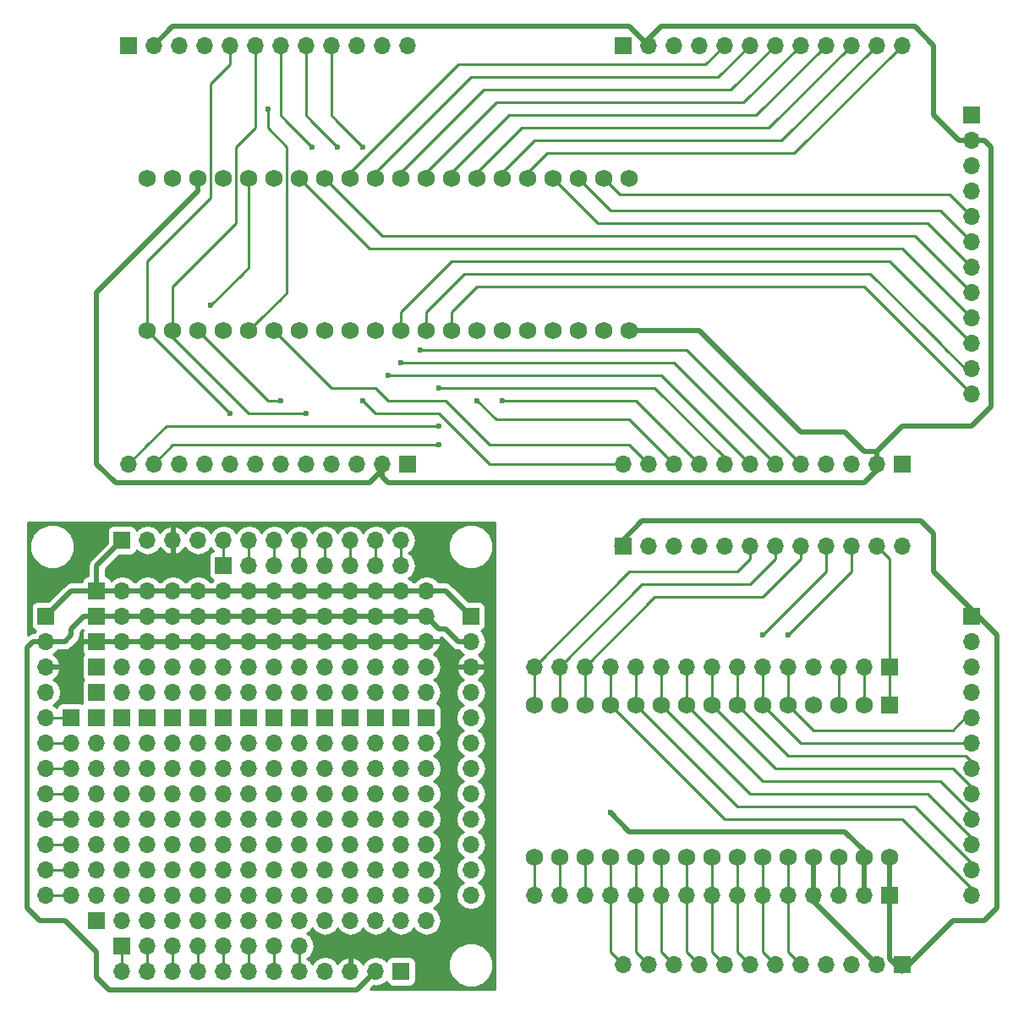
<source format=gbr>
G04 #@! TF.FileFunction,Copper,L1,Top,Signal*
%FSLAX46Y46*%
G04 Gerber Fmt 4.6, Leading zero omitted, Abs format (unit mm)*
G04 Created by KiCad (PCBNEW 4.0.7+dfsg1-1~bpo9+1) date Wed May  2 15:24:50 2018*
%MOMM*%
%LPD*%
G01*
G04 APERTURE LIST*
%ADD10C,0.100000*%
%ADD11C,1.727200*%
%ADD12R,1.700000X1.700000*%
%ADD13O,1.700000X1.700000*%
%ADD14R,1.727200X1.727200*%
%ADD15C,0.600000*%
%ADD16C,0.250000*%
%ADD17C,0.500000*%
%ADD18C,0.254000*%
G04 APERTURE END LIST*
D10*
D11*
X71755000Y-48260000D03*
X74295000Y-48260000D03*
X76835000Y-48260000D03*
X79375000Y-48260000D03*
X81915000Y-48260000D03*
X84455000Y-48260000D03*
X86995000Y-48260000D03*
X89535000Y-48260000D03*
X92075000Y-48260000D03*
X94615000Y-48260000D03*
X97155000Y-48260000D03*
X99695000Y-48260000D03*
X102235000Y-48260000D03*
X104775000Y-48260000D03*
X107315000Y-48260000D03*
X109855000Y-48260000D03*
X112395000Y-48260000D03*
X114935000Y-48260000D03*
X117475000Y-48260000D03*
X120015000Y-48260000D03*
X71755000Y-63500000D03*
X74295000Y-63500000D03*
X76835000Y-63500000D03*
X79375000Y-63500000D03*
X81915000Y-63500000D03*
X84455000Y-63500000D03*
X86995000Y-63500000D03*
X89535000Y-63500000D03*
X92075000Y-63500000D03*
X94615000Y-63500000D03*
X97155000Y-63500000D03*
X99695000Y-63500000D03*
X102235000Y-63500000D03*
X104775000Y-63500000D03*
X107315000Y-63500000D03*
X109855000Y-63500000D03*
X112395000Y-63500000D03*
X114935000Y-63500000D03*
X117475000Y-63500000D03*
X120015000Y-63500000D03*
D12*
X147320000Y-76835000D03*
D13*
X144780000Y-76835000D03*
X142240000Y-76835000D03*
X139700000Y-76835000D03*
X137160000Y-76835000D03*
X134620000Y-76835000D03*
X132080000Y-76835000D03*
X129540000Y-76835000D03*
X127000000Y-76835000D03*
X124460000Y-76835000D03*
X121920000Y-76835000D03*
X119380000Y-76835000D03*
D12*
X154305000Y-41910000D03*
D13*
X154305000Y-44450000D03*
X154305000Y-46990000D03*
X154305000Y-49530000D03*
X154305000Y-52070000D03*
X154305000Y-54610000D03*
X154305000Y-57150000D03*
X154305000Y-59690000D03*
X154305000Y-62230000D03*
X154305000Y-64770000D03*
X154305000Y-67310000D03*
X154305000Y-69850000D03*
D12*
X119380000Y-34925000D03*
D13*
X121920000Y-34925000D03*
X124460000Y-34925000D03*
X127000000Y-34925000D03*
X129540000Y-34925000D03*
X132080000Y-34925000D03*
X134620000Y-34925000D03*
X137160000Y-34925000D03*
X139700000Y-34925000D03*
X142240000Y-34925000D03*
X144780000Y-34925000D03*
X147320000Y-34925000D03*
D12*
X69850000Y-34925000D03*
D13*
X72390000Y-34925000D03*
X74930000Y-34925000D03*
X77470000Y-34925000D03*
X80010000Y-34925000D03*
X82550000Y-34925000D03*
X85090000Y-34925000D03*
X87630000Y-34925000D03*
X90170000Y-34925000D03*
X92710000Y-34925000D03*
X95250000Y-34925000D03*
X97790000Y-34925000D03*
D12*
X97790000Y-76835000D03*
D13*
X95250000Y-76835000D03*
X92710000Y-76835000D03*
X90170000Y-76835000D03*
X87630000Y-76835000D03*
X85090000Y-76835000D03*
X82550000Y-76835000D03*
X80010000Y-76835000D03*
X77470000Y-76835000D03*
X74930000Y-76835000D03*
X72390000Y-76835000D03*
X69850000Y-76835000D03*
D12*
X104140000Y-92075000D03*
D13*
X104140000Y-94615000D03*
X104140000Y-97155000D03*
X104140000Y-99695000D03*
X104140000Y-102235000D03*
X104140000Y-104775000D03*
X104140000Y-107315000D03*
X104140000Y-109855000D03*
X104140000Y-112395000D03*
X104140000Y-114935000D03*
X104140000Y-117475000D03*
X104140000Y-120015000D03*
D12*
X64135000Y-102235000D03*
D13*
X64135000Y-104775000D03*
X64135000Y-107315000D03*
X64135000Y-109855000D03*
X64135000Y-112395000D03*
X64135000Y-114935000D03*
X64135000Y-117475000D03*
X64135000Y-120015000D03*
D12*
X66675000Y-102235000D03*
D13*
X66675000Y-104775000D03*
X66675000Y-107315000D03*
X66675000Y-109855000D03*
X66675000Y-112395000D03*
X66675000Y-114935000D03*
X66675000Y-117475000D03*
X66675000Y-120015000D03*
D12*
X66675000Y-97155000D03*
D13*
X69215000Y-97155000D03*
X71755000Y-97155000D03*
X74295000Y-97155000D03*
X76835000Y-97155000D03*
X79375000Y-97155000D03*
X81915000Y-97155000D03*
X84455000Y-97155000D03*
X86995000Y-97155000D03*
X89535000Y-97155000D03*
X92075000Y-97155000D03*
X94615000Y-97155000D03*
X97155000Y-97155000D03*
X99695000Y-97155000D03*
D12*
X66675000Y-99695000D03*
D13*
X69215000Y-99695000D03*
X71755000Y-99695000D03*
X74295000Y-99695000D03*
X76835000Y-99695000D03*
X79375000Y-99695000D03*
X81915000Y-99695000D03*
X84455000Y-99695000D03*
X86995000Y-99695000D03*
X89535000Y-99695000D03*
X92075000Y-99695000D03*
X94615000Y-99695000D03*
X97155000Y-99695000D03*
X99695000Y-99695000D03*
D12*
X66675000Y-89535000D03*
D13*
X69215000Y-89535000D03*
X71755000Y-89535000D03*
X74295000Y-89535000D03*
X76835000Y-89535000D03*
X79375000Y-89535000D03*
X81915000Y-89535000D03*
X84455000Y-89535000D03*
X86995000Y-89535000D03*
X89535000Y-89535000D03*
X92075000Y-89535000D03*
X94615000Y-89535000D03*
X97155000Y-89535000D03*
X99695000Y-89535000D03*
D12*
X61595000Y-92075000D03*
D13*
X61595000Y-94615000D03*
X61595000Y-97155000D03*
X61595000Y-99695000D03*
X61595000Y-102235000D03*
X61595000Y-104775000D03*
X61595000Y-107315000D03*
X61595000Y-109855000D03*
X61595000Y-112395000D03*
X61595000Y-114935000D03*
X61595000Y-117475000D03*
X61595000Y-120015000D03*
D12*
X69215000Y-84455000D03*
D13*
X71755000Y-84455000D03*
X74295000Y-84455000D03*
X76835000Y-84455000D03*
X79375000Y-84455000D03*
X81915000Y-84455000D03*
X84455000Y-84455000D03*
X86995000Y-84455000D03*
X89535000Y-84455000D03*
X92075000Y-84455000D03*
X94615000Y-84455000D03*
X97155000Y-84455000D03*
D12*
X97155000Y-127635000D03*
D13*
X94615000Y-127635000D03*
X92075000Y-127635000D03*
X89535000Y-127635000D03*
X86995000Y-127635000D03*
X84455000Y-127635000D03*
X81915000Y-127635000D03*
X79375000Y-127635000D03*
X76835000Y-127635000D03*
X74295000Y-127635000D03*
X71755000Y-127635000D03*
X69215000Y-127635000D03*
D12*
X97155000Y-102235000D03*
D13*
X97155000Y-104775000D03*
X97155000Y-107315000D03*
X97155000Y-109855000D03*
X97155000Y-112395000D03*
X97155000Y-114935000D03*
X97155000Y-117475000D03*
X97155000Y-120015000D03*
D12*
X81915000Y-102235000D03*
D13*
X81915000Y-104775000D03*
X81915000Y-107315000D03*
X81915000Y-109855000D03*
X81915000Y-112395000D03*
X81915000Y-114935000D03*
X81915000Y-117475000D03*
X81915000Y-120015000D03*
D12*
X79375000Y-102235000D03*
D13*
X79375000Y-104775000D03*
X79375000Y-107315000D03*
X79375000Y-109855000D03*
X79375000Y-112395000D03*
X79375000Y-114935000D03*
X79375000Y-117475000D03*
X79375000Y-120015000D03*
D12*
X89535000Y-102235000D03*
D13*
X89535000Y-104775000D03*
X89535000Y-107315000D03*
X89535000Y-109855000D03*
X89535000Y-112395000D03*
X89535000Y-114935000D03*
X89535000Y-117475000D03*
X89535000Y-120015000D03*
D12*
X86995000Y-102235000D03*
D13*
X86995000Y-104775000D03*
X86995000Y-107315000D03*
X86995000Y-109855000D03*
X86995000Y-112395000D03*
X86995000Y-114935000D03*
X86995000Y-117475000D03*
X86995000Y-120015000D03*
D12*
X71755000Y-102235000D03*
D13*
X71755000Y-104775000D03*
X71755000Y-107315000D03*
X71755000Y-109855000D03*
X71755000Y-112395000D03*
X71755000Y-114935000D03*
X71755000Y-117475000D03*
X71755000Y-120015000D03*
D12*
X76835000Y-102235000D03*
D13*
X76835000Y-104775000D03*
X76835000Y-107315000D03*
X76835000Y-109855000D03*
X76835000Y-112395000D03*
X76835000Y-114935000D03*
X76835000Y-117475000D03*
X76835000Y-120015000D03*
D12*
X99695000Y-102235000D03*
D13*
X99695000Y-104775000D03*
X99695000Y-107315000D03*
X99695000Y-109855000D03*
X99695000Y-112395000D03*
X99695000Y-114935000D03*
X99695000Y-117475000D03*
X99695000Y-120015000D03*
D12*
X84455000Y-102235000D03*
D13*
X84455000Y-104775000D03*
X84455000Y-107315000D03*
X84455000Y-109855000D03*
X84455000Y-112395000D03*
X84455000Y-114935000D03*
X84455000Y-117475000D03*
X84455000Y-120015000D03*
D12*
X74295000Y-102235000D03*
D13*
X74295000Y-104775000D03*
X74295000Y-107315000D03*
X74295000Y-109855000D03*
X74295000Y-112395000D03*
X74295000Y-114935000D03*
X74295000Y-117475000D03*
X74295000Y-120015000D03*
D12*
X66675000Y-94615000D03*
D13*
X69215000Y-94615000D03*
X71755000Y-94615000D03*
X74295000Y-94615000D03*
X76835000Y-94615000D03*
X79375000Y-94615000D03*
X81915000Y-94615000D03*
X84455000Y-94615000D03*
X86995000Y-94615000D03*
X89535000Y-94615000D03*
X92075000Y-94615000D03*
X94615000Y-94615000D03*
X97155000Y-94615000D03*
X99695000Y-94615000D03*
D12*
X66675000Y-92075000D03*
D13*
X69215000Y-92075000D03*
X71755000Y-92075000D03*
X74295000Y-92075000D03*
X76835000Y-92075000D03*
X79375000Y-92075000D03*
X81915000Y-92075000D03*
X84455000Y-92075000D03*
X86995000Y-92075000D03*
X89535000Y-92075000D03*
X92075000Y-92075000D03*
X94615000Y-92075000D03*
X97155000Y-92075000D03*
X99695000Y-92075000D03*
D12*
X92075000Y-102235000D03*
D13*
X92075000Y-104775000D03*
X92075000Y-107315000D03*
X92075000Y-109855000D03*
X92075000Y-112395000D03*
X92075000Y-114935000D03*
X92075000Y-117475000D03*
X92075000Y-120015000D03*
D12*
X94615000Y-102235000D03*
D13*
X94615000Y-104775000D03*
X94615000Y-107315000D03*
X94615000Y-109855000D03*
X94615000Y-112395000D03*
X94615000Y-114935000D03*
X94615000Y-117475000D03*
X94615000Y-120015000D03*
D12*
X69215000Y-102235000D03*
D13*
X69215000Y-104775000D03*
X69215000Y-107315000D03*
X69215000Y-109855000D03*
X69215000Y-112395000D03*
X69215000Y-114935000D03*
X69215000Y-117475000D03*
X69215000Y-120015000D03*
D12*
X69215000Y-125095000D03*
D13*
X71755000Y-125095000D03*
X74295000Y-125095000D03*
X76835000Y-125095000D03*
X79375000Y-125095000D03*
X81915000Y-125095000D03*
X84455000Y-125095000D03*
X86995000Y-125095000D03*
D12*
X79375000Y-86995000D03*
D13*
X81915000Y-86995000D03*
X84455000Y-86995000D03*
X86995000Y-86995000D03*
X89535000Y-86995000D03*
X92075000Y-86995000D03*
X94615000Y-86995000D03*
X97155000Y-86995000D03*
D12*
X66675000Y-122555000D03*
D13*
X69215000Y-122555000D03*
X71755000Y-122555000D03*
X74295000Y-122555000D03*
X76835000Y-122555000D03*
X79375000Y-122555000D03*
X81915000Y-122555000D03*
X84455000Y-122555000D03*
X86995000Y-122555000D03*
X89535000Y-122555000D03*
X92075000Y-122555000D03*
X94615000Y-122555000D03*
X97155000Y-122555000D03*
X99695000Y-122555000D03*
D12*
X119380000Y-85090000D03*
D13*
X121920000Y-85090000D03*
X124460000Y-85090000D03*
X127000000Y-85090000D03*
X129540000Y-85090000D03*
X132080000Y-85090000D03*
X134620000Y-85090000D03*
X137160000Y-85090000D03*
X139700000Y-85090000D03*
X142240000Y-85090000D03*
X144780000Y-85090000D03*
X147320000Y-85090000D03*
D12*
X154305000Y-92075000D03*
D13*
X154305000Y-94615000D03*
X154305000Y-97155000D03*
X154305000Y-99695000D03*
X154305000Y-102235000D03*
X154305000Y-104775000D03*
X154305000Y-107315000D03*
X154305000Y-109855000D03*
X154305000Y-112395000D03*
X154305000Y-114935000D03*
X154305000Y-117475000D03*
X154305000Y-120015000D03*
D12*
X147320000Y-127000000D03*
D13*
X144780000Y-127000000D03*
X142240000Y-127000000D03*
X139700000Y-127000000D03*
X137160000Y-127000000D03*
X134620000Y-127000000D03*
X132080000Y-127000000D03*
X129540000Y-127000000D03*
X127000000Y-127000000D03*
X124460000Y-127000000D03*
X121920000Y-127000000D03*
X119380000Y-127000000D03*
D11*
X146050000Y-116205000D03*
X143510000Y-116205000D03*
X140970000Y-116205000D03*
X138430000Y-116205000D03*
X135890000Y-116205000D03*
X133350000Y-116205000D03*
X130810000Y-116205000D03*
X128270000Y-116205000D03*
X125730000Y-116205000D03*
X123190000Y-116205000D03*
X120650000Y-116205000D03*
X118110000Y-116205000D03*
X115570000Y-116205000D03*
X113030000Y-116205000D03*
X110490000Y-116205000D03*
X110490000Y-100965000D03*
X113030000Y-100965000D03*
X115570000Y-100965000D03*
X118110000Y-100965000D03*
X120650000Y-100965000D03*
X123190000Y-100965000D03*
X125730000Y-100965000D03*
X128270000Y-100965000D03*
X130810000Y-100965000D03*
X133350000Y-100965000D03*
X135890000Y-100965000D03*
X138430000Y-100965000D03*
X140970000Y-100965000D03*
X143510000Y-100965000D03*
D14*
X146050000Y-100965000D03*
D12*
X146050000Y-97155000D03*
D13*
X143510000Y-97155000D03*
X140970000Y-97155000D03*
X138430000Y-97155000D03*
X135890000Y-97155000D03*
X133350000Y-97155000D03*
X130810000Y-97155000D03*
X128270000Y-97155000D03*
X125730000Y-97155000D03*
X123190000Y-97155000D03*
X120650000Y-97155000D03*
X118110000Y-97155000D03*
X115570000Y-97155000D03*
X113030000Y-97155000D03*
X110490000Y-97155000D03*
D12*
X146050000Y-120015000D03*
D13*
X143510000Y-120015000D03*
X140970000Y-120015000D03*
X138430000Y-120015000D03*
X135890000Y-120015000D03*
X133350000Y-120015000D03*
X130810000Y-120015000D03*
X128270000Y-120015000D03*
X125730000Y-120015000D03*
X123190000Y-120015000D03*
X120650000Y-120015000D03*
X118110000Y-120015000D03*
X115570000Y-120015000D03*
X113030000Y-120015000D03*
X110490000Y-120015000D03*
D15*
X99060000Y-65405000D03*
X135890000Y-93980000D03*
X100965000Y-69215000D03*
X133350000Y-93980000D03*
X100965000Y-73025000D03*
X100965000Y-74930000D03*
X132080000Y-113665000D03*
X128270000Y-113665000D03*
X118110000Y-111760000D03*
X97155000Y-66675000D03*
X95885000Y-67945000D03*
X107315000Y-70485000D03*
X104775000Y-70485000D03*
X93345000Y-70485000D03*
X78105000Y-60960000D03*
X80010000Y-71755000D03*
X83820000Y-41275000D03*
X88265000Y-45085000D03*
X90805000Y-45085000D03*
X93345000Y-45085000D03*
X87630000Y-71755000D03*
X85090000Y-70485000D03*
D16*
X99060000Y-65405000D02*
X102235000Y-65405000D01*
X130175000Y-39370000D02*
X105410000Y-39370000D01*
X105410000Y-39370000D02*
X104775000Y-40005000D01*
X130175000Y-39370000D02*
X134620000Y-34925000D01*
X97155000Y-48260000D02*
X97155000Y-47625000D01*
X97155000Y-47625000D02*
X104775000Y-40005000D01*
X125730000Y-65405000D02*
X137160000Y-76835000D01*
X125730000Y-65405000D02*
X102235000Y-65405000D01*
X130810000Y-116205000D02*
X130810000Y-120015000D01*
X135890000Y-93980000D02*
X142240000Y-87630000D01*
X130810000Y-116205000D02*
X130810000Y-125730000D01*
X130810000Y-125730000D02*
X132080000Y-127000000D01*
X142240000Y-87630000D02*
X142240000Y-84455000D01*
X132080000Y-127635000D02*
X132080000Y-127000000D01*
X122555000Y-69215000D02*
X100965000Y-69215000D01*
X129540000Y-76835000D02*
X129540000Y-76200000D01*
X129540000Y-76200000D02*
X122555000Y-69215000D01*
X106045000Y-41275000D02*
X106680000Y-40640000D01*
X131445000Y-40640000D02*
X137160000Y-34925000D01*
X99695000Y-48260000D02*
X99695000Y-47625000D01*
X99695000Y-47625000D02*
X106045000Y-41275000D01*
X106680000Y-40640000D02*
X127000000Y-40640000D01*
X127000000Y-40640000D02*
X129540000Y-40640000D01*
X129540000Y-40640000D02*
X131445000Y-40640000D01*
X128270000Y-120015000D02*
X128270000Y-116205000D01*
X133350000Y-93980000D02*
X139700000Y-87630000D01*
X128270000Y-116205000D02*
X128270000Y-125730000D01*
X128270000Y-125730000D02*
X129540000Y-127000000D01*
X139700000Y-87630000D02*
X139700000Y-84455000D01*
X73660000Y-73025000D02*
X71755000Y-74930000D01*
X100965000Y-73025000D02*
X73660000Y-73025000D01*
X71755000Y-74930000D02*
X69850000Y-76835000D01*
X132715000Y-41910000D02*
X107950000Y-41910000D01*
X107950000Y-41910000D02*
X107315000Y-42545000D01*
X102235000Y-48260000D02*
X102235000Y-47625000D01*
X102235000Y-47625000D02*
X107315000Y-42545000D01*
X132715000Y-41910000D02*
X139700000Y-34925000D01*
X125730000Y-116205000D02*
X125730000Y-120015000D01*
X125730000Y-116205000D02*
X125730000Y-125730000D01*
X125730000Y-125730000D02*
X127000000Y-127000000D01*
X127000000Y-127635000D02*
X127000000Y-127000000D01*
X72390000Y-76835000D02*
X74295000Y-74930000D01*
X74295000Y-74930000D02*
X74930000Y-74930000D01*
X100965000Y-74930000D02*
X74930000Y-74930000D01*
X73025000Y-76835000D02*
X72390000Y-76835000D01*
X133985000Y-43180000D02*
X109220000Y-43180000D01*
X109220000Y-43180000D02*
X108585000Y-43815000D01*
X104775000Y-48260000D02*
X104775000Y-47625000D01*
X104775000Y-47625000D02*
X108585000Y-43815000D01*
X133985000Y-43180000D02*
X142240000Y-34925000D01*
X123190000Y-120015000D02*
X123190000Y-116205000D01*
X123190000Y-116205000D02*
X123190000Y-125730000D01*
X123190000Y-125730000D02*
X124460000Y-127000000D01*
X135255000Y-44450000D02*
X110490000Y-44450000D01*
X107315000Y-48260000D02*
X107315000Y-47625000D01*
X107315000Y-47625000D02*
X109855000Y-45085000D01*
X135255000Y-44450000D02*
X144780000Y-34925000D01*
X110490000Y-44450000D02*
X109855000Y-45085000D01*
X120650000Y-116205000D02*
X120650000Y-120015000D01*
X120650000Y-116205000D02*
X120650000Y-125730000D01*
X120650000Y-125730000D02*
X121920000Y-127000000D01*
X136525000Y-45720000D02*
X111760000Y-45720000D01*
X111760000Y-45720000D02*
X111125000Y-46355000D01*
X109855000Y-48260000D02*
X109855000Y-47625000D01*
X109855000Y-47625000D02*
X111125000Y-46355000D01*
X136525000Y-45720000D02*
X147320000Y-34925000D01*
X118110000Y-120015000D02*
X118110000Y-116205000D01*
X118110000Y-116205000D02*
X118110000Y-125730000D01*
X118110000Y-125730000D02*
X119380000Y-127000000D01*
X119380000Y-127635000D02*
X119380000Y-127000000D01*
D17*
X113665000Y-33020000D02*
X107950000Y-33020000D01*
X66675000Y-71755000D02*
X66675000Y-59690000D01*
X76835000Y-48260000D02*
X76835000Y-49530000D01*
X76835000Y-49530000D02*
X66675000Y-59690000D01*
X66675000Y-73025000D02*
X66675000Y-71755000D01*
X93980000Y-78740000D02*
X68580000Y-78740000D01*
X68580000Y-78740000D02*
X66675000Y-76835000D01*
X66675000Y-76835000D02*
X66675000Y-73025000D01*
X95250000Y-77470000D02*
X93980000Y-78740000D01*
X76835000Y-48260000D02*
X76200000Y-48260000D01*
X95250000Y-76835000D02*
X95250000Y-77470000D01*
X121920000Y-34925000D02*
X120015000Y-33020000D01*
X120015000Y-33020000D02*
X113665000Y-33020000D01*
X127000000Y-63500000D02*
X137160000Y-73660000D01*
X137160000Y-73660000D02*
X141605000Y-73660000D01*
X144780000Y-75565000D02*
X143510000Y-75565000D01*
X143510000Y-75565000D02*
X141605000Y-73660000D01*
X127000000Y-63500000D02*
X120015000Y-63500000D01*
X144780000Y-76835000D02*
X144780000Y-75565000D01*
X147320000Y-73025000D02*
X152400000Y-73025000D01*
X144780000Y-75565000D02*
X147320000Y-73025000D01*
X155575000Y-44450000D02*
X154305000Y-44450000D01*
X152400000Y-73025000D02*
X154305000Y-73025000D01*
X154305000Y-73025000D02*
X156210000Y-71120000D01*
X156210000Y-71120000D02*
X156210000Y-45085000D01*
X156210000Y-45085000D02*
X155575000Y-44450000D01*
X144780000Y-76835000D02*
X144780000Y-77470000D01*
X144780000Y-77470000D02*
X143510000Y-78740000D01*
X95250000Y-76835000D02*
X95250000Y-78105000D01*
X95885000Y-78740000D02*
X143510000Y-78740000D01*
X95250000Y-78105000D02*
X95885000Y-78740000D01*
X121920000Y-34925000D02*
X121920000Y-34290000D01*
X121920000Y-34290000D02*
X123190000Y-33020000D01*
X123190000Y-33020000D02*
X148590000Y-33020000D01*
X148590000Y-33020000D02*
X150495000Y-34925000D01*
X150495000Y-34925000D02*
X150495000Y-41910000D01*
X150495000Y-41910000D02*
X153035000Y-44450000D01*
X153035000Y-44450000D02*
X154305000Y-44450000D01*
X107950000Y-33020000D02*
X74295000Y-33020000D01*
X74295000Y-33020000D02*
X72390000Y-34925000D01*
X62865000Y-94615000D02*
X61595000Y-94615000D01*
X60325000Y-94615000D02*
X61595000Y-94615000D01*
X60325000Y-121920000D02*
X59690000Y-121285000D01*
X60325000Y-94615000D02*
X60960000Y-94615000D01*
X59690000Y-95250000D02*
X60325000Y-94615000D01*
X59690000Y-96520000D02*
X59690000Y-95250000D01*
X59690000Y-121285000D02*
X59690000Y-96520000D01*
X69215000Y-92075000D02*
X66675000Y-92075000D01*
X71755000Y-92075000D02*
X69215000Y-92075000D01*
X74295000Y-92075000D02*
X71755000Y-92075000D01*
X76835000Y-92075000D02*
X74295000Y-92075000D01*
X79375000Y-92075000D02*
X76835000Y-92075000D01*
X81915000Y-92075000D02*
X79375000Y-92075000D01*
X84455000Y-92075000D02*
X81915000Y-92075000D01*
X86995000Y-92075000D02*
X84455000Y-92075000D01*
X89535000Y-92075000D02*
X86995000Y-92075000D01*
X92075000Y-92075000D02*
X89535000Y-92075000D01*
X94615000Y-92075000D02*
X92075000Y-92075000D01*
X97155000Y-92075000D02*
X94615000Y-92075000D01*
X99695000Y-92075000D02*
X97155000Y-92075000D01*
X104140000Y-94615000D02*
X102870000Y-94615000D01*
X100965000Y-93345000D02*
X99695000Y-92075000D01*
X101600000Y-93345000D02*
X100965000Y-93345000D01*
X102870000Y-94615000D02*
X101600000Y-93345000D01*
X62230000Y-94615000D02*
X62865000Y-94615000D01*
X62865000Y-94615000D02*
X63500000Y-94615000D01*
X63500000Y-94615000D02*
X64135000Y-93980000D01*
X64135000Y-93980000D02*
X64135000Y-93345000D01*
X64135000Y-93345000D02*
X65405000Y-92075000D01*
X65405000Y-92075000D02*
X66675000Y-92075000D01*
X66675000Y-127635000D02*
X66675000Y-128270000D01*
X92710000Y-129540000D02*
X94615000Y-127635000D01*
X67945000Y-129540000D02*
X92710000Y-129540000D01*
X66675000Y-128270000D02*
X67945000Y-129540000D01*
X66675000Y-125730000D02*
X66675000Y-127635000D01*
X63500000Y-122555000D02*
X66675000Y-125730000D01*
X60960000Y-122555000D02*
X63500000Y-122555000D01*
X60325000Y-121920000D02*
X60960000Y-122555000D01*
X103505000Y-94615000D02*
X104140000Y-94615000D01*
X138430000Y-120015000D02*
X138430000Y-116205000D01*
X138430000Y-120015000D02*
X138430000Y-120650000D01*
X138430000Y-120650000D02*
X144780000Y-127000000D01*
X61595000Y-92075000D02*
X62230000Y-91440000D01*
X99695000Y-89535000D02*
X101600000Y-89535000D01*
X101600000Y-89535000D02*
X104140000Y-92075000D01*
X97155000Y-89535000D02*
X99695000Y-89535000D01*
X94615000Y-89535000D02*
X97155000Y-89535000D01*
X92075000Y-89535000D02*
X94615000Y-89535000D01*
X89535000Y-89535000D02*
X92075000Y-89535000D01*
X86995000Y-89535000D02*
X89535000Y-89535000D01*
X84455000Y-89535000D02*
X86995000Y-89535000D01*
X81915000Y-89535000D02*
X84455000Y-89535000D01*
X79375000Y-89535000D02*
X81915000Y-89535000D01*
X76835000Y-89535000D02*
X79375000Y-89535000D01*
X74295000Y-89535000D02*
X76835000Y-89535000D01*
X71755000Y-89535000D02*
X74295000Y-89535000D01*
X69215000Y-89535000D02*
X71755000Y-89535000D01*
X66675000Y-89535000D02*
X69215000Y-89535000D01*
X66675000Y-89535000D02*
X66675000Y-86995000D01*
X66675000Y-86995000D02*
X69215000Y-84455000D01*
X62230000Y-91440000D02*
X64135000Y-89535000D01*
X64135000Y-89535000D02*
X66675000Y-89535000D01*
X146050000Y-116205000D02*
X146050000Y-120015000D01*
X154940000Y-92075000D02*
X156845000Y-93980000D01*
X146050000Y-116205000D02*
X146050000Y-126365000D01*
X146050000Y-126365000D02*
X147320000Y-127635000D01*
X154940000Y-92075000D02*
X150495000Y-87630000D01*
X150495000Y-87630000D02*
X150495000Y-83820000D01*
X147320000Y-127635000D02*
X152400000Y-122555000D01*
X152400000Y-122555000D02*
X155575000Y-122555000D01*
X150495000Y-83820000D02*
X149225000Y-82550000D01*
X121285000Y-82550000D02*
X149225000Y-82550000D01*
X149225000Y-82550000D02*
X150495000Y-83820000D01*
X156845000Y-93980000D02*
X154940000Y-92075000D01*
X156845000Y-121285000D02*
X156845000Y-93980000D01*
X155575000Y-122555000D02*
X156845000Y-121285000D01*
X119380000Y-84455000D02*
X121285000Y-82550000D01*
X118745000Y-85090000D02*
X119380000Y-84455000D01*
D16*
X147320000Y-127635000D02*
X147955000Y-127635000D01*
D17*
X128270000Y-113665000D02*
X120015000Y-113665000D01*
X141605000Y-113665000D02*
X132080000Y-113665000D01*
X132080000Y-113665000D02*
X128270000Y-113665000D01*
X143510000Y-115570000D02*
X141605000Y-113665000D01*
X120015000Y-113665000D02*
X118110000Y-111760000D01*
X143510000Y-116205000D02*
X143510000Y-115570000D01*
X143510000Y-116205000D02*
X143510000Y-120015000D01*
D16*
X103505000Y-38735000D02*
X104140000Y-38100000D01*
X104140000Y-38100000D02*
X128905000Y-38100000D01*
X128905000Y-38100000D02*
X132080000Y-34925000D01*
X94615000Y-48260000D02*
X94615000Y-47625000D01*
X94615000Y-47625000D02*
X103505000Y-38735000D01*
X134620000Y-76835000D02*
X124460000Y-66675000D01*
X124460000Y-66675000D02*
X97155000Y-66675000D01*
X133350000Y-120015000D02*
X133350000Y-116205000D01*
X133350000Y-116205000D02*
X133350000Y-125730000D01*
X133350000Y-125730000D02*
X134620000Y-127000000D01*
X134620000Y-127635000D02*
X134620000Y-127000000D01*
X127635000Y-36830000D02*
X102870000Y-36830000D01*
X102870000Y-36830000D02*
X102235000Y-37465000D01*
X127635000Y-36830000D02*
X129540000Y-34925000D01*
X92075000Y-48260000D02*
X92075000Y-47625000D01*
X92075000Y-47625000D02*
X102235000Y-37465000D01*
X132080000Y-76835000D02*
X123190000Y-67945000D01*
X123190000Y-67945000D02*
X95885000Y-67945000D01*
X135890000Y-116205000D02*
X135890000Y-120015000D01*
X135890000Y-116205000D02*
X135890000Y-125730000D01*
X135890000Y-125730000D02*
X137160000Y-127000000D01*
X107315000Y-70485000D02*
X113030000Y-70485000D01*
X127000000Y-76835000D02*
X121285000Y-71120000D01*
X121285000Y-71120000D02*
X120650000Y-70485000D01*
X120650000Y-70485000D02*
X113030000Y-70485000D01*
X127000000Y-76835000D02*
X127000000Y-76200000D01*
X111760000Y-72390000D02*
X106680000Y-72390000D01*
X106680000Y-72390000D02*
X104775000Y-70485000D01*
X124460000Y-76835000D02*
X120015000Y-72390000D01*
X120015000Y-72390000D02*
X111760000Y-72390000D01*
X102870000Y-71755000D02*
X101600000Y-70485000D01*
X101600000Y-70485000D02*
X95885000Y-70485000D01*
X112395000Y-74930000D02*
X106045000Y-74930000D01*
X106045000Y-74930000D02*
X102870000Y-71755000D01*
X94615000Y-69215000D02*
X95885000Y-70485000D01*
X90170000Y-69215000D02*
X94615000Y-69215000D01*
X90170000Y-69215000D02*
X84455000Y-63500000D01*
X120015000Y-74930000D02*
X121920000Y-76835000D01*
X112395000Y-74930000D02*
X120015000Y-74930000D01*
X102235000Y-73025000D02*
X100965000Y-71755000D01*
X100965000Y-71755000D02*
X94615000Y-71755000D01*
X102235000Y-73025000D02*
X106045000Y-76835000D01*
X106045000Y-76835000D02*
X111760000Y-76835000D01*
X119380000Y-76835000D02*
X111760000Y-76835000D01*
X94615000Y-71755000D02*
X93345000Y-70485000D01*
X148590000Y-53975000D02*
X95250000Y-53975000D01*
X95250000Y-53975000D02*
X93980000Y-52705000D01*
X93980000Y-52705000D02*
X92710000Y-51435000D01*
X91532499Y-50257499D02*
X92710000Y-51435000D01*
X91532499Y-50257499D02*
X91440000Y-50165000D01*
X91440000Y-50165000D02*
X89535000Y-48260000D01*
X154305000Y-59690000D02*
X148590000Y-53975000D01*
X147320000Y-55245000D02*
X93980000Y-55245000D01*
X93980000Y-55245000D02*
X92710000Y-53975000D01*
X92710000Y-53975000D02*
X91440000Y-52705000D01*
X91440000Y-52705000D02*
X90170000Y-51435000D01*
X147320000Y-55245000D02*
X152400000Y-60325000D01*
X154305000Y-62230000D02*
X152400000Y-60325000D01*
X90170000Y-51435000D02*
X86995000Y-48260000D01*
X81280000Y-57785000D02*
X81915000Y-57150000D01*
X81915000Y-57150000D02*
X81915000Y-48260000D01*
X78105000Y-60960000D02*
X81280000Y-57785000D01*
X80010000Y-71755000D02*
X71755000Y-63500000D01*
X71755000Y-56515000D02*
X78105000Y-50165000D01*
X78105000Y-50165000D02*
X78105000Y-49530000D01*
X80010000Y-34925000D02*
X80010000Y-36830000D01*
X71755000Y-56515000D02*
X71755000Y-63500000D01*
X78105000Y-38735000D02*
X78105000Y-49530000D01*
X80010000Y-36830000D02*
X78105000Y-38735000D01*
X71755000Y-63500000D02*
X71755000Y-62865000D01*
X83185000Y-62230000D02*
X85090000Y-60325000D01*
X83820000Y-43180000D02*
X83820000Y-41275000D01*
X85725000Y-45085000D02*
X83820000Y-43180000D01*
X85725000Y-59690000D02*
X85725000Y-45085000D01*
X85090000Y-60325000D02*
X85725000Y-59690000D01*
X83185000Y-62230000D02*
X81915000Y-63500000D01*
X85725000Y-42545000D02*
X85090000Y-41910000D01*
X85090000Y-41910000D02*
X85090000Y-34925000D01*
X88265000Y-45085000D02*
X85725000Y-42545000D01*
X88265000Y-42545000D02*
X87630000Y-41910000D01*
X90805000Y-45085000D02*
X88265000Y-42545000D01*
X87630000Y-41910000D02*
X87630000Y-34925000D01*
X90805000Y-42545000D02*
X90170000Y-41910000D01*
X93345000Y-45085000D02*
X90805000Y-42545000D01*
X90170000Y-41910000D02*
X90170000Y-34925000D01*
X149860000Y-52705000D02*
X116840000Y-52705000D01*
X116840000Y-52705000D02*
X115570000Y-51435000D01*
X114300000Y-50165000D02*
X115570000Y-51435000D01*
X114300000Y-50165000D02*
X112395000Y-48260000D01*
X154305000Y-57150000D02*
X149860000Y-52705000D01*
X151130000Y-51435000D02*
X118110000Y-51435000D01*
X118110000Y-51435000D02*
X116840000Y-50165000D01*
X114935000Y-48260000D02*
X116840000Y-50165000D01*
X151130000Y-51435000D02*
X154305000Y-54610000D01*
X152082500Y-49847500D02*
X119062500Y-49847500D01*
X119062500Y-49847500D02*
X117475000Y-48260000D01*
X152082500Y-49847500D02*
X154305000Y-52070000D01*
X81915000Y-71755000D02*
X74295000Y-64135000D01*
X74295000Y-64135000D02*
X74295000Y-63500000D01*
X81915000Y-71755000D02*
X87630000Y-71755000D01*
X80645000Y-52705000D02*
X80645000Y-45085000D01*
X80645000Y-45085000D02*
X82550000Y-43180000D01*
X74295000Y-63500000D02*
X74295000Y-59055000D01*
X74295000Y-59055000D02*
X80645000Y-52705000D01*
X82550000Y-34925000D02*
X82550000Y-36830000D01*
X82550000Y-43180000D02*
X82550000Y-36830000D01*
X83820000Y-70485000D02*
X76835000Y-63500000D01*
X83820000Y-70485000D02*
X85090000Y-70485000D01*
X146050000Y-56515000D02*
X102235000Y-56515000D01*
X151130000Y-61595000D02*
X146050000Y-56515000D01*
X152400000Y-62865000D02*
X151130000Y-61595000D01*
X154305000Y-64770000D02*
X152400000Y-62865000D01*
X97155000Y-61595000D02*
X97155000Y-63500000D01*
X97155000Y-61595000D02*
X102235000Y-56515000D01*
X144145000Y-57785000D02*
X103505000Y-57785000D01*
X151765000Y-65405000D02*
X151130000Y-64770000D01*
X149860000Y-63500000D02*
X144145000Y-57785000D01*
X151130000Y-64770000D02*
X149860000Y-63500000D01*
X153670000Y-67310000D02*
X151765000Y-65405000D01*
X99695000Y-61595000D02*
X99695000Y-63500000D01*
X99695000Y-61595000D02*
X103505000Y-57785000D01*
X154305000Y-67310000D02*
X153670000Y-67310000D01*
X143510000Y-59055000D02*
X104775000Y-59055000D01*
X143510000Y-59055000D02*
X148590000Y-64135000D01*
X154305000Y-69850000D02*
X149860000Y-65405000D01*
X149860000Y-65405000D02*
X148590000Y-64135000D01*
X102235000Y-61595000D02*
X102235000Y-63500000D01*
X102235000Y-61595000D02*
X104775000Y-59055000D01*
X61595000Y-102235000D02*
X64135000Y-102235000D01*
X61595000Y-104775000D02*
X64135000Y-104775000D01*
X61595000Y-107315000D02*
X64135000Y-107315000D01*
X61595000Y-109855000D02*
X64135000Y-109855000D01*
X61595000Y-112395000D02*
X64135000Y-112395000D01*
X61595000Y-114935000D02*
X64135000Y-114935000D01*
X61595000Y-117475000D02*
X64135000Y-117475000D01*
X61595000Y-120015000D02*
X64135000Y-120015000D01*
X79375000Y-86995000D02*
X79375000Y-84455000D01*
X81915000Y-84455000D02*
X81915000Y-86995000D01*
X84455000Y-86995000D02*
X84455000Y-84455000D01*
X86995000Y-84455000D02*
X86995000Y-86995000D01*
X89535000Y-86995000D02*
X89535000Y-84455000D01*
X92075000Y-84455000D02*
X92075000Y-86995000D01*
X94615000Y-86995000D02*
X94615000Y-84455000D01*
X97155000Y-84455000D02*
X97155000Y-86995000D01*
X69215000Y-125095000D02*
X69215000Y-127635000D01*
X71755000Y-125095000D02*
X71755000Y-127635000D01*
X74295000Y-125095000D02*
X74295000Y-127635000D01*
X76835000Y-125095000D02*
X76835000Y-127635000D01*
X79375000Y-125095000D02*
X79375000Y-127635000D01*
X81915000Y-125095000D02*
X81915000Y-127635000D01*
X84455000Y-125095000D02*
X84455000Y-127635000D01*
X86995000Y-125095000D02*
X86995000Y-127635000D01*
X110490000Y-116205000D02*
X110490000Y-120015000D01*
X110490000Y-97155000D02*
X120015000Y-87630000D01*
X120015000Y-87630000D02*
X121920000Y-87630000D01*
X110490000Y-100965000D02*
X110490000Y-97155000D01*
X130810000Y-87630000D02*
X132080000Y-86360000D01*
X121920000Y-87630000D02*
X130810000Y-87630000D01*
X132080000Y-84455000D02*
X132080000Y-86360000D01*
X113030000Y-97155000D02*
X121285000Y-88900000D01*
X121285000Y-88900000D02*
X123190000Y-88900000D01*
X113030000Y-100965000D02*
X113030000Y-97155000D01*
X123190000Y-88900000D02*
X132080000Y-88900000D01*
X134620000Y-84455000D02*
X134620000Y-86360000D01*
X134620000Y-86360000D02*
X132080000Y-88900000D01*
X115570000Y-97155000D02*
X122555000Y-90170000D01*
X122555000Y-90170000D02*
X124460000Y-90170000D01*
X115570000Y-100965000D02*
X115570000Y-97155000D01*
X124460000Y-90170000D02*
X133350000Y-90170000D01*
X137160000Y-84455000D02*
X137160000Y-86360000D01*
X137160000Y-86360000D02*
X133350000Y-90170000D01*
X146050000Y-97155000D02*
X146050000Y-86360000D01*
X146050000Y-86360000D02*
X144780000Y-85090000D01*
X146050000Y-97155000D02*
X146050000Y-100965000D01*
X143510000Y-97155000D02*
X143510000Y-100965000D01*
X135890000Y-100965000D02*
X135890000Y-97155000D01*
X137795000Y-102870000D02*
X138430000Y-103505000D01*
X152400000Y-103505000D02*
X153035000Y-102870000D01*
X138430000Y-103505000D02*
X152400000Y-103505000D01*
X154940000Y-102235000D02*
X153670000Y-102235000D01*
X137795000Y-102870000D02*
X135890000Y-100965000D01*
X153670000Y-102235000D02*
X153035000Y-102870000D01*
X133350000Y-100965000D02*
X133350000Y-97155000D01*
X133350000Y-100965000D02*
X137160000Y-104775000D01*
X137160000Y-104775000D02*
X154940000Y-104775000D01*
X130810000Y-100965000D02*
X130810000Y-97155000D01*
X130810000Y-100965000D02*
X135890000Y-106045000D01*
X153670000Y-106045000D02*
X154940000Y-107315000D01*
X135890000Y-106045000D02*
X153670000Y-106045000D01*
X128270000Y-100965000D02*
X128270000Y-97155000D01*
X128270000Y-100965000D02*
X134620000Y-107315000D01*
X152400000Y-107315000D02*
X154940000Y-109855000D01*
X134620000Y-107315000D02*
X152400000Y-107315000D01*
X125730000Y-100965000D02*
X125730000Y-97155000D01*
X125730000Y-100965000D02*
X133350000Y-108585000D01*
X151130000Y-108585000D02*
X154940000Y-112395000D01*
X133350000Y-108585000D02*
X151130000Y-108585000D01*
X123190000Y-100965000D02*
X123190000Y-97155000D01*
X123190000Y-100965000D02*
X132080000Y-109855000D01*
X149860000Y-109855000D02*
X154940000Y-114935000D01*
X132080000Y-109855000D02*
X149860000Y-109855000D01*
X120650000Y-100965000D02*
X120650000Y-97155000D01*
X120650000Y-100965000D02*
X130810000Y-111125000D01*
X148590000Y-111125000D02*
X154940000Y-117475000D01*
X130810000Y-111125000D02*
X148590000Y-111125000D01*
X118110000Y-100965000D02*
X118110000Y-97155000D01*
X118110000Y-100965000D02*
X129540000Y-112395000D01*
X147320000Y-112395000D02*
X154940000Y-120015000D01*
X129540000Y-112395000D02*
X147320000Y-112395000D01*
X115570000Y-116205000D02*
X115570000Y-120015000D01*
X113030000Y-120015000D02*
X113030000Y-116205000D01*
X140970000Y-97155000D02*
X140970000Y-100965000D01*
X140970000Y-116205000D02*
X140970000Y-120015000D01*
D18*
G36*
X106553000Y-129413000D02*
X94088579Y-129413000D01*
X94396040Y-129105539D01*
X94615000Y-129149093D01*
X95183285Y-129036054D01*
X95665054Y-128714147D01*
X95692850Y-128672548D01*
X95701838Y-128720317D01*
X95840910Y-128936441D01*
X96053110Y-129081431D01*
X96305000Y-129132440D01*
X98005000Y-129132440D01*
X98240317Y-129088162D01*
X98456441Y-128949090D01*
X98601431Y-128736890D01*
X98652440Y-128485000D01*
X98652440Y-127442619D01*
X101904613Y-127442619D01*
X102244155Y-128264372D01*
X102872321Y-128893636D01*
X103693481Y-129234611D01*
X104582619Y-129235387D01*
X105404372Y-128895845D01*
X106033636Y-128267679D01*
X106374611Y-127446519D01*
X106375387Y-126557381D01*
X106035845Y-125735628D01*
X105407679Y-125106364D01*
X104586519Y-124765389D01*
X103697381Y-124764613D01*
X102875628Y-125104155D01*
X102246364Y-125732321D01*
X101905389Y-126553481D01*
X101904613Y-127442619D01*
X98652440Y-127442619D01*
X98652440Y-126785000D01*
X98608162Y-126549683D01*
X98469090Y-126333559D01*
X98256890Y-126188569D01*
X98005000Y-126137560D01*
X96305000Y-126137560D01*
X96069683Y-126181838D01*
X95853559Y-126320910D01*
X95708569Y-126533110D01*
X95694914Y-126600541D01*
X95665054Y-126555853D01*
X95183285Y-126233946D01*
X94615000Y-126120907D01*
X94046715Y-126233946D01*
X93564946Y-126555853D01*
X93337298Y-126896553D01*
X93270183Y-126753642D01*
X92841924Y-126363355D01*
X92431890Y-126193524D01*
X92202000Y-126314845D01*
X92202000Y-127508000D01*
X92222000Y-127508000D01*
X92222000Y-127762000D01*
X92202000Y-127762000D01*
X92202000Y-127782000D01*
X91948000Y-127782000D01*
X91948000Y-127762000D01*
X91928000Y-127762000D01*
X91928000Y-127508000D01*
X91948000Y-127508000D01*
X91948000Y-126314845D01*
X91718110Y-126193524D01*
X91308076Y-126363355D01*
X90879817Y-126753642D01*
X90812702Y-126896553D01*
X90585054Y-126555853D01*
X90103285Y-126233946D01*
X89535000Y-126120907D01*
X88966715Y-126233946D01*
X88484946Y-126555853D01*
X88265000Y-126885026D01*
X88045054Y-126555853D01*
X87759422Y-126365000D01*
X88045054Y-126174147D01*
X88366961Y-125692378D01*
X88480000Y-125124093D01*
X88480000Y-125065907D01*
X88366961Y-124497622D01*
X88045054Y-124015853D01*
X87759422Y-123825000D01*
X88045054Y-123634147D01*
X88265000Y-123304974D01*
X88484946Y-123634147D01*
X88966715Y-123956054D01*
X89535000Y-124069093D01*
X90103285Y-123956054D01*
X90585054Y-123634147D01*
X90805000Y-123304974D01*
X91024946Y-123634147D01*
X91506715Y-123956054D01*
X92075000Y-124069093D01*
X92643285Y-123956054D01*
X93125054Y-123634147D01*
X93345000Y-123304974D01*
X93564946Y-123634147D01*
X94046715Y-123956054D01*
X94615000Y-124069093D01*
X95183285Y-123956054D01*
X95665054Y-123634147D01*
X95885000Y-123304974D01*
X96104946Y-123634147D01*
X96586715Y-123956054D01*
X97155000Y-124069093D01*
X97723285Y-123956054D01*
X98205054Y-123634147D01*
X98425000Y-123304974D01*
X98644946Y-123634147D01*
X99126715Y-123956054D01*
X99695000Y-124069093D01*
X100263285Y-123956054D01*
X100745054Y-123634147D01*
X101066961Y-123152378D01*
X101180000Y-122584093D01*
X101180000Y-122525907D01*
X101066961Y-121957622D01*
X100745054Y-121475853D01*
X100452198Y-121280173D01*
X100774147Y-121065054D01*
X101096054Y-120583285D01*
X101209093Y-120015000D01*
X101096054Y-119446715D01*
X100774147Y-118964946D01*
X100444974Y-118745000D01*
X100774147Y-118525054D01*
X101096054Y-118043285D01*
X101209093Y-117475000D01*
X101096054Y-116906715D01*
X100774147Y-116424946D01*
X100444974Y-116205000D01*
X100774147Y-115985054D01*
X101096054Y-115503285D01*
X101209093Y-114935000D01*
X101096054Y-114366715D01*
X100774147Y-113884946D01*
X100444974Y-113665000D01*
X100774147Y-113445054D01*
X101096054Y-112963285D01*
X101209093Y-112395000D01*
X101096054Y-111826715D01*
X100774147Y-111344946D01*
X100444974Y-111125000D01*
X100774147Y-110905054D01*
X101096054Y-110423285D01*
X101209093Y-109855000D01*
X101096054Y-109286715D01*
X100774147Y-108804946D01*
X100444974Y-108585000D01*
X100774147Y-108365054D01*
X101096054Y-107883285D01*
X101209093Y-107315000D01*
X101096054Y-106746715D01*
X100774147Y-106264946D01*
X100444974Y-106045000D01*
X100774147Y-105825054D01*
X101096054Y-105343285D01*
X101209093Y-104775000D01*
X101096054Y-104206715D01*
X100774147Y-103724946D01*
X100732548Y-103697150D01*
X100780317Y-103688162D01*
X100996441Y-103549090D01*
X101141431Y-103336890D01*
X101192440Y-103085000D01*
X101192440Y-101385000D01*
X101148162Y-101149683D01*
X101009090Y-100933559D01*
X100796890Y-100788569D01*
X100740546Y-100777159D01*
X100745054Y-100774147D01*
X101066961Y-100292378D01*
X101180000Y-99724093D01*
X101180000Y-99695000D01*
X102625907Y-99695000D01*
X102738946Y-100263285D01*
X103060853Y-100745054D01*
X103390026Y-100965000D01*
X103060853Y-101184946D01*
X102738946Y-101666715D01*
X102625907Y-102235000D01*
X102738946Y-102803285D01*
X103060853Y-103285054D01*
X103390026Y-103505000D01*
X103060853Y-103724946D01*
X102738946Y-104206715D01*
X102625907Y-104775000D01*
X102738946Y-105343285D01*
X103060853Y-105825054D01*
X103390026Y-106045000D01*
X103060853Y-106264946D01*
X102738946Y-106746715D01*
X102625907Y-107315000D01*
X102738946Y-107883285D01*
X103060853Y-108365054D01*
X103390026Y-108585000D01*
X103060853Y-108804946D01*
X102738946Y-109286715D01*
X102625907Y-109855000D01*
X102738946Y-110423285D01*
X103060853Y-110905054D01*
X103390026Y-111125000D01*
X103060853Y-111344946D01*
X102738946Y-111826715D01*
X102625907Y-112395000D01*
X102738946Y-112963285D01*
X103060853Y-113445054D01*
X103390026Y-113665000D01*
X103060853Y-113884946D01*
X102738946Y-114366715D01*
X102625907Y-114935000D01*
X102738946Y-115503285D01*
X103060853Y-115985054D01*
X103390026Y-116205000D01*
X103060853Y-116424946D01*
X102738946Y-116906715D01*
X102625907Y-117475000D01*
X102738946Y-118043285D01*
X103060853Y-118525054D01*
X103390026Y-118745000D01*
X103060853Y-118964946D01*
X102738946Y-119446715D01*
X102625907Y-120015000D01*
X102738946Y-120583285D01*
X103060853Y-121065054D01*
X103542622Y-121386961D01*
X104110907Y-121500000D01*
X104169093Y-121500000D01*
X104737378Y-121386961D01*
X105219147Y-121065054D01*
X105541054Y-120583285D01*
X105654093Y-120015000D01*
X105541054Y-119446715D01*
X105219147Y-118964946D01*
X104889974Y-118745000D01*
X105219147Y-118525054D01*
X105541054Y-118043285D01*
X105654093Y-117475000D01*
X105541054Y-116906715D01*
X105219147Y-116424946D01*
X104889974Y-116205000D01*
X105219147Y-115985054D01*
X105541054Y-115503285D01*
X105654093Y-114935000D01*
X105541054Y-114366715D01*
X105219147Y-113884946D01*
X104889974Y-113665000D01*
X105219147Y-113445054D01*
X105541054Y-112963285D01*
X105654093Y-112395000D01*
X105541054Y-111826715D01*
X105219147Y-111344946D01*
X104889974Y-111125000D01*
X105219147Y-110905054D01*
X105541054Y-110423285D01*
X105654093Y-109855000D01*
X105541054Y-109286715D01*
X105219147Y-108804946D01*
X104889974Y-108585000D01*
X105219147Y-108365054D01*
X105541054Y-107883285D01*
X105654093Y-107315000D01*
X105541054Y-106746715D01*
X105219147Y-106264946D01*
X104889974Y-106045000D01*
X105219147Y-105825054D01*
X105541054Y-105343285D01*
X105654093Y-104775000D01*
X105541054Y-104206715D01*
X105219147Y-103724946D01*
X104889974Y-103505000D01*
X105219147Y-103285054D01*
X105541054Y-102803285D01*
X105654093Y-102235000D01*
X105541054Y-101666715D01*
X105219147Y-101184946D01*
X104889974Y-100965000D01*
X105219147Y-100745054D01*
X105541054Y-100263285D01*
X105654093Y-99695000D01*
X105541054Y-99126715D01*
X105219147Y-98644946D01*
X104878447Y-98417298D01*
X105021358Y-98350183D01*
X105411645Y-97921924D01*
X105581476Y-97511890D01*
X105460155Y-97282000D01*
X104267000Y-97282000D01*
X104267000Y-97302000D01*
X104013000Y-97302000D01*
X104013000Y-97282000D01*
X102819845Y-97282000D01*
X102698524Y-97511890D01*
X102868355Y-97921924D01*
X103258642Y-98350183D01*
X103401553Y-98417298D01*
X103060853Y-98644946D01*
X102738946Y-99126715D01*
X102625907Y-99695000D01*
X101180000Y-99695000D01*
X101180000Y-99665907D01*
X101066961Y-99097622D01*
X100745054Y-98615853D01*
X100459422Y-98425000D01*
X100745054Y-98234147D01*
X101066961Y-97752378D01*
X101180000Y-97184093D01*
X101180000Y-97125907D01*
X101066961Y-96557622D01*
X100745054Y-96075853D01*
X100461899Y-95886655D01*
X100461924Y-95886645D01*
X100890183Y-95496358D01*
X101136486Y-94971892D01*
X101015819Y-94742000D01*
X99822000Y-94742000D01*
X99822000Y-94762000D01*
X99568000Y-94762000D01*
X99568000Y-94742000D01*
X97282000Y-94742000D01*
X97282000Y-94762000D01*
X97028000Y-94762000D01*
X97028000Y-94742000D01*
X94742000Y-94742000D01*
X94742000Y-94762000D01*
X94488000Y-94762000D01*
X94488000Y-94742000D01*
X92202000Y-94742000D01*
X92202000Y-94762000D01*
X91948000Y-94762000D01*
X91948000Y-94742000D01*
X89662000Y-94742000D01*
X89662000Y-94762000D01*
X89408000Y-94762000D01*
X89408000Y-94742000D01*
X87122000Y-94742000D01*
X87122000Y-94762000D01*
X86868000Y-94762000D01*
X86868000Y-94742000D01*
X84582000Y-94742000D01*
X84582000Y-94762000D01*
X84328000Y-94762000D01*
X84328000Y-94742000D01*
X82042000Y-94742000D01*
X82042000Y-94762000D01*
X81788000Y-94762000D01*
X81788000Y-94742000D01*
X79502000Y-94742000D01*
X79502000Y-94762000D01*
X79248000Y-94762000D01*
X79248000Y-94742000D01*
X76962000Y-94742000D01*
X76962000Y-94762000D01*
X76708000Y-94762000D01*
X76708000Y-94742000D01*
X74422000Y-94742000D01*
X74422000Y-94762000D01*
X74168000Y-94762000D01*
X74168000Y-94742000D01*
X71882000Y-94742000D01*
X71882000Y-94762000D01*
X71628000Y-94762000D01*
X71628000Y-94742000D01*
X69342000Y-94742000D01*
X69342000Y-94762000D01*
X69088000Y-94762000D01*
X69088000Y-94742000D01*
X66802000Y-94742000D01*
X66802000Y-94762000D01*
X66548000Y-94762000D01*
X66548000Y-94742000D01*
X65348750Y-94742000D01*
X65190000Y-94900750D01*
X65190000Y-95591309D01*
X65286673Y-95824698D01*
X65344871Y-95882896D01*
X65228569Y-96053110D01*
X65177560Y-96305000D01*
X65177560Y-98005000D01*
X65221838Y-98240317D01*
X65342015Y-98427077D01*
X65228569Y-98593110D01*
X65177560Y-98845000D01*
X65177560Y-100545000D01*
X65221838Y-100780317D01*
X65225688Y-100786301D01*
X64985000Y-100737560D01*
X63285000Y-100737560D01*
X63049683Y-100781838D01*
X62833559Y-100920910D01*
X62688569Y-101133110D01*
X62677159Y-101189454D01*
X62674147Y-101184946D01*
X62344974Y-100965000D01*
X62674147Y-100745054D01*
X62996054Y-100263285D01*
X63109093Y-99695000D01*
X62996054Y-99126715D01*
X62674147Y-98644946D01*
X62333447Y-98417298D01*
X62476358Y-98350183D01*
X62866645Y-97921924D01*
X63036476Y-97511890D01*
X62915155Y-97282000D01*
X61722000Y-97282000D01*
X61722000Y-97302000D01*
X61468000Y-97302000D01*
X61468000Y-97282000D01*
X61448000Y-97282000D01*
X61448000Y-97028000D01*
X61468000Y-97028000D01*
X61468000Y-97008000D01*
X61722000Y-97008000D01*
X61722000Y-97028000D01*
X62915155Y-97028000D01*
X63036476Y-96798110D01*
X62866645Y-96388076D01*
X62476358Y-95959817D01*
X62333447Y-95892702D01*
X62674147Y-95665054D01*
X62784432Y-95500000D01*
X63499995Y-95500000D01*
X63500000Y-95500001D01*
X63782484Y-95443810D01*
X63838675Y-95432633D01*
X64125790Y-95240790D01*
X64125791Y-95240789D01*
X64760787Y-94605792D01*
X64760790Y-94605790D01*
X64952633Y-94318675D01*
X64952634Y-94318674D01*
X65020001Y-93980000D01*
X65020000Y-93979995D01*
X65020000Y-93711580D01*
X65258668Y-93472911D01*
X65190000Y-93638691D01*
X65190000Y-94329250D01*
X65348750Y-94488000D01*
X66548000Y-94488000D01*
X66548000Y-94468000D01*
X66802000Y-94468000D01*
X66802000Y-94488000D01*
X69088000Y-94488000D01*
X69088000Y-94468000D01*
X69342000Y-94468000D01*
X69342000Y-94488000D01*
X71628000Y-94488000D01*
X71628000Y-94468000D01*
X71882000Y-94468000D01*
X71882000Y-94488000D01*
X74168000Y-94488000D01*
X74168000Y-94468000D01*
X74422000Y-94468000D01*
X74422000Y-94488000D01*
X76708000Y-94488000D01*
X76708000Y-94468000D01*
X76962000Y-94468000D01*
X76962000Y-94488000D01*
X79248000Y-94488000D01*
X79248000Y-94468000D01*
X79502000Y-94468000D01*
X79502000Y-94488000D01*
X81788000Y-94488000D01*
X81788000Y-94468000D01*
X82042000Y-94468000D01*
X82042000Y-94488000D01*
X84328000Y-94488000D01*
X84328000Y-94468000D01*
X84582000Y-94468000D01*
X84582000Y-94488000D01*
X86868000Y-94488000D01*
X86868000Y-94468000D01*
X87122000Y-94468000D01*
X87122000Y-94488000D01*
X89408000Y-94488000D01*
X89408000Y-94468000D01*
X89662000Y-94468000D01*
X89662000Y-94488000D01*
X91948000Y-94488000D01*
X91948000Y-94468000D01*
X92202000Y-94468000D01*
X92202000Y-94488000D01*
X94488000Y-94488000D01*
X94488000Y-94468000D01*
X94742000Y-94468000D01*
X94742000Y-94488000D01*
X97028000Y-94488000D01*
X97028000Y-94468000D01*
X97282000Y-94468000D01*
X97282000Y-94488000D01*
X99568000Y-94488000D01*
X99568000Y-94468000D01*
X99822000Y-94468000D01*
X99822000Y-94488000D01*
X101015819Y-94488000D01*
X101136486Y-94258108D01*
X101123286Y-94230000D01*
X101233420Y-94230000D01*
X102244208Y-95240787D01*
X102244210Y-95240790D01*
X102531325Y-95432633D01*
X102870000Y-95500001D01*
X102870005Y-95500000D01*
X102950568Y-95500000D01*
X103060853Y-95665054D01*
X103401553Y-95892702D01*
X103258642Y-95959817D01*
X102868355Y-96388076D01*
X102698524Y-96798110D01*
X102819845Y-97028000D01*
X104013000Y-97028000D01*
X104013000Y-97008000D01*
X104267000Y-97008000D01*
X104267000Y-97028000D01*
X105460155Y-97028000D01*
X105581476Y-96798110D01*
X105411645Y-96388076D01*
X105021358Y-95959817D01*
X104878447Y-95892702D01*
X105219147Y-95665054D01*
X105541054Y-95183285D01*
X105654093Y-94615000D01*
X105541054Y-94046715D01*
X105219147Y-93564946D01*
X105177548Y-93537150D01*
X105225317Y-93528162D01*
X105441441Y-93389090D01*
X105586431Y-93176890D01*
X105637440Y-92925000D01*
X105637440Y-91225000D01*
X105593162Y-90989683D01*
X105454090Y-90773559D01*
X105241890Y-90628569D01*
X104990000Y-90577560D01*
X103894139Y-90577560D01*
X102225790Y-88909210D01*
X101938675Y-88717367D01*
X101882484Y-88706190D01*
X101600000Y-88649999D01*
X101599995Y-88650000D01*
X100874779Y-88650000D01*
X100745054Y-88455853D01*
X100263285Y-88133946D01*
X99695000Y-88020907D01*
X99126715Y-88133946D01*
X98644946Y-88455853D01*
X98515221Y-88650000D01*
X98334779Y-88650000D01*
X98205054Y-88455853D01*
X97919422Y-88265000D01*
X98205054Y-88074147D01*
X98526961Y-87592378D01*
X98640000Y-87024093D01*
X98640000Y-86965907D01*
X98526961Y-86397622D01*
X98205054Y-85915853D01*
X97919422Y-85725000D01*
X98205054Y-85534147D01*
X98206074Y-85532619D01*
X101904613Y-85532619D01*
X102244155Y-86354372D01*
X102872321Y-86983636D01*
X103693481Y-87324611D01*
X104582619Y-87325387D01*
X105404372Y-86985845D01*
X106033636Y-86357679D01*
X106374611Y-85536519D01*
X106375387Y-84647381D01*
X106035845Y-83825628D01*
X105407679Y-83196364D01*
X104586519Y-82855389D01*
X103697381Y-82854613D01*
X102875628Y-83194155D01*
X102246364Y-83822321D01*
X101905389Y-84643481D01*
X101904613Y-85532619D01*
X98206074Y-85532619D01*
X98526961Y-85052378D01*
X98640000Y-84484093D01*
X98640000Y-84425907D01*
X98526961Y-83857622D01*
X98205054Y-83375853D01*
X97723285Y-83053946D01*
X97155000Y-82940907D01*
X96586715Y-83053946D01*
X96104946Y-83375853D01*
X95885000Y-83705026D01*
X95665054Y-83375853D01*
X95183285Y-83053946D01*
X94615000Y-82940907D01*
X94046715Y-83053946D01*
X93564946Y-83375853D01*
X93345000Y-83705026D01*
X93125054Y-83375853D01*
X92643285Y-83053946D01*
X92075000Y-82940907D01*
X91506715Y-83053946D01*
X91024946Y-83375853D01*
X90805000Y-83705026D01*
X90585054Y-83375853D01*
X90103285Y-83053946D01*
X89535000Y-82940907D01*
X88966715Y-83053946D01*
X88484946Y-83375853D01*
X88265000Y-83705026D01*
X88045054Y-83375853D01*
X87563285Y-83053946D01*
X86995000Y-82940907D01*
X86426715Y-83053946D01*
X85944946Y-83375853D01*
X85725000Y-83705026D01*
X85505054Y-83375853D01*
X85023285Y-83053946D01*
X84455000Y-82940907D01*
X83886715Y-83053946D01*
X83404946Y-83375853D01*
X83185000Y-83705026D01*
X82965054Y-83375853D01*
X82483285Y-83053946D01*
X81915000Y-82940907D01*
X81346715Y-83053946D01*
X80864946Y-83375853D01*
X80645000Y-83705026D01*
X80425054Y-83375853D01*
X79943285Y-83053946D01*
X79375000Y-82940907D01*
X78806715Y-83053946D01*
X78324946Y-83375853D01*
X78105000Y-83705026D01*
X77885054Y-83375853D01*
X77403285Y-83053946D01*
X76835000Y-82940907D01*
X76266715Y-83053946D01*
X75784946Y-83375853D01*
X75557298Y-83716553D01*
X75490183Y-83573642D01*
X75061924Y-83183355D01*
X74651890Y-83013524D01*
X74422000Y-83134845D01*
X74422000Y-84328000D01*
X74442000Y-84328000D01*
X74442000Y-84582000D01*
X74422000Y-84582000D01*
X74422000Y-85775155D01*
X74651890Y-85896476D01*
X75061924Y-85726645D01*
X75490183Y-85336358D01*
X75557298Y-85193447D01*
X75784946Y-85534147D01*
X76266715Y-85856054D01*
X76835000Y-85969093D01*
X77403285Y-85856054D01*
X77885054Y-85534147D01*
X78105000Y-85204974D01*
X78324946Y-85534147D01*
X78326179Y-85534971D01*
X78289683Y-85541838D01*
X78073559Y-85680910D01*
X77928569Y-85893110D01*
X77877560Y-86145000D01*
X77877560Y-87845000D01*
X77921838Y-88080317D01*
X78060910Y-88296441D01*
X78273110Y-88441431D01*
X78329454Y-88452841D01*
X78324946Y-88455853D01*
X78195221Y-88650000D01*
X78014779Y-88650000D01*
X77885054Y-88455853D01*
X77403285Y-88133946D01*
X76835000Y-88020907D01*
X76266715Y-88133946D01*
X75784946Y-88455853D01*
X75655221Y-88650000D01*
X75474779Y-88650000D01*
X75345054Y-88455853D01*
X74863285Y-88133946D01*
X74295000Y-88020907D01*
X73726715Y-88133946D01*
X73244946Y-88455853D01*
X73115221Y-88650000D01*
X72934779Y-88650000D01*
X72805054Y-88455853D01*
X72323285Y-88133946D01*
X71755000Y-88020907D01*
X71186715Y-88133946D01*
X70704946Y-88455853D01*
X70575221Y-88650000D01*
X70394779Y-88650000D01*
X70265054Y-88455853D01*
X69783285Y-88133946D01*
X69215000Y-88020907D01*
X68646715Y-88133946D01*
X68164946Y-88455853D01*
X68137150Y-88497452D01*
X68128162Y-88449683D01*
X67989090Y-88233559D01*
X67776890Y-88088569D01*
X67560000Y-88044648D01*
X67560000Y-87361580D01*
X68969139Y-85952440D01*
X70065000Y-85952440D01*
X70300317Y-85908162D01*
X70516441Y-85769090D01*
X70661431Y-85556890D01*
X70675086Y-85489459D01*
X70704946Y-85534147D01*
X71186715Y-85856054D01*
X71755000Y-85969093D01*
X72323285Y-85856054D01*
X72805054Y-85534147D01*
X73032702Y-85193447D01*
X73099817Y-85336358D01*
X73528076Y-85726645D01*
X73938110Y-85896476D01*
X74168000Y-85775155D01*
X74168000Y-84582000D01*
X74148000Y-84582000D01*
X74148000Y-84328000D01*
X74168000Y-84328000D01*
X74168000Y-83134845D01*
X73938110Y-83013524D01*
X73528076Y-83183355D01*
X73099817Y-83573642D01*
X73032702Y-83716553D01*
X72805054Y-83375853D01*
X72323285Y-83053946D01*
X71755000Y-82940907D01*
X71186715Y-83053946D01*
X70704946Y-83375853D01*
X70677150Y-83417452D01*
X70668162Y-83369683D01*
X70529090Y-83153559D01*
X70316890Y-83008569D01*
X70065000Y-82957560D01*
X68365000Y-82957560D01*
X68129683Y-83001838D01*
X67913559Y-83140910D01*
X67768569Y-83353110D01*
X67717560Y-83605000D01*
X67717560Y-84700861D01*
X66049210Y-86369210D01*
X65857367Y-86656325D01*
X65857367Y-86656326D01*
X65789999Y-86995000D01*
X65790000Y-86995005D01*
X65790000Y-88044146D01*
X65589683Y-88081838D01*
X65373559Y-88220910D01*
X65228569Y-88433110D01*
X65184648Y-88650000D01*
X64135005Y-88650000D01*
X64135000Y-88649999D01*
X63852516Y-88706190D01*
X63796325Y-88717367D01*
X63509210Y-88909210D01*
X63509208Y-88909213D01*
X61840860Y-90577560D01*
X60745000Y-90577560D01*
X60509683Y-90621838D01*
X60293559Y-90760910D01*
X60148569Y-90973110D01*
X60097560Y-91225000D01*
X60097560Y-92925000D01*
X60141838Y-93160317D01*
X60280910Y-93376441D01*
X60493110Y-93521431D01*
X60560541Y-93535086D01*
X60515853Y-93564946D01*
X60405568Y-93730000D01*
X60325005Y-93730000D01*
X60325000Y-93729999D01*
X59986326Y-93797366D01*
X59986324Y-93797367D01*
X59986325Y-93797367D01*
X59817000Y-93910506D01*
X59817000Y-85532619D01*
X59994613Y-85532619D01*
X60334155Y-86354372D01*
X60962321Y-86983636D01*
X61783481Y-87324611D01*
X62672619Y-87325387D01*
X63494372Y-86985845D01*
X64123636Y-86357679D01*
X64464611Y-85536519D01*
X64465387Y-84647381D01*
X64125845Y-83825628D01*
X63497679Y-83196364D01*
X62676519Y-82855389D01*
X61787381Y-82854613D01*
X60965628Y-83194155D01*
X60336364Y-83822321D01*
X59995389Y-84643481D01*
X59994613Y-85532619D01*
X59817000Y-85532619D01*
X59817000Y-82677000D01*
X106553000Y-82677000D01*
X106553000Y-129413000D01*
X106553000Y-129413000D01*
G37*
X106553000Y-129413000D02*
X94088579Y-129413000D01*
X94396040Y-129105539D01*
X94615000Y-129149093D01*
X95183285Y-129036054D01*
X95665054Y-128714147D01*
X95692850Y-128672548D01*
X95701838Y-128720317D01*
X95840910Y-128936441D01*
X96053110Y-129081431D01*
X96305000Y-129132440D01*
X98005000Y-129132440D01*
X98240317Y-129088162D01*
X98456441Y-128949090D01*
X98601431Y-128736890D01*
X98652440Y-128485000D01*
X98652440Y-127442619D01*
X101904613Y-127442619D01*
X102244155Y-128264372D01*
X102872321Y-128893636D01*
X103693481Y-129234611D01*
X104582619Y-129235387D01*
X105404372Y-128895845D01*
X106033636Y-128267679D01*
X106374611Y-127446519D01*
X106375387Y-126557381D01*
X106035845Y-125735628D01*
X105407679Y-125106364D01*
X104586519Y-124765389D01*
X103697381Y-124764613D01*
X102875628Y-125104155D01*
X102246364Y-125732321D01*
X101905389Y-126553481D01*
X101904613Y-127442619D01*
X98652440Y-127442619D01*
X98652440Y-126785000D01*
X98608162Y-126549683D01*
X98469090Y-126333559D01*
X98256890Y-126188569D01*
X98005000Y-126137560D01*
X96305000Y-126137560D01*
X96069683Y-126181838D01*
X95853559Y-126320910D01*
X95708569Y-126533110D01*
X95694914Y-126600541D01*
X95665054Y-126555853D01*
X95183285Y-126233946D01*
X94615000Y-126120907D01*
X94046715Y-126233946D01*
X93564946Y-126555853D01*
X93337298Y-126896553D01*
X93270183Y-126753642D01*
X92841924Y-126363355D01*
X92431890Y-126193524D01*
X92202000Y-126314845D01*
X92202000Y-127508000D01*
X92222000Y-127508000D01*
X92222000Y-127762000D01*
X92202000Y-127762000D01*
X92202000Y-127782000D01*
X91948000Y-127782000D01*
X91948000Y-127762000D01*
X91928000Y-127762000D01*
X91928000Y-127508000D01*
X91948000Y-127508000D01*
X91948000Y-126314845D01*
X91718110Y-126193524D01*
X91308076Y-126363355D01*
X90879817Y-126753642D01*
X90812702Y-126896553D01*
X90585054Y-126555853D01*
X90103285Y-126233946D01*
X89535000Y-126120907D01*
X88966715Y-126233946D01*
X88484946Y-126555853D01*
X88265000Y-126885026D01*
X88045054Y-126555853D01*
X87759422Y-126365000D01*
X88045054Y-126174147D01*
X88366961Y-125692378D01*
X88480000Y-125124093D01*
X88480000Y-125065907D01*
X88366961Y-124497622D01*
X88045054Y-124015853D01*
X87759422Y-123825000D01*
X88045054Y-123634147D01*
X88265000Y-123304974D01*
X88484946Y-123634147D01*
X88966715Y-123956054D01*
X89535000Y-124069093D01*
X90103285Y-123956054D01*
X90585054Y-123634147D01*
X90805000Y-123304974D01*
X91024946Y-123634147D01*
X91506715Y-123956054D01*
X92075000Y-124069093D01*
X92643285Y-123956054D01*
X93125054Y-123634147D01*
X93345000Y-123304974D01*
X93564946Y-123634147D01*
X94046715Y-123956054D01*
X94615000Y-124069093D01*
X95183285Y-123956054D01*
X95665054Y-123634147D01*
X95885000Y-123304974D01*
X96104946Y-123634147D01*
X96586715Y-123956054D01*
X97155000Y-124069093D01*
X97723285Y-123956054D01*
X98205054Y-123634147D01*
X98425000Y-123304974D01*
X98644946Y-123634147D01*
X99126715Y-123956054D01*
X99695000Y-124069093D01*
X100263285Y-123956054D01*
X100745054Y-123634147D01*
X101066961Y-123152378D01*
X101180000Y-122584093D01*
X101180000Y-122525907D01*
X101066961Y-121957622D01*
X100745054Y-121475853D01*
X100452198Y-121280173D01*
X100774147Y-121065054D01*
X101096054Y-120583285D01*
X101209093Y-120015000D01*
X101096054Y-119446715D01*
X100774147Y-118964946D01*
X100444974Y-118745000D01*
X100774147Y-118525054D01*
X101096054Y-118043285D01*
X101209093Y-117475000D01*
X101096054Y-116906715D01*
X100774147Y-116424946D01*
X100444974Y-116205000D01*
X100774147Y-115985054D01*
X101096054Y-115503285D01*
X101209093Y-114935000D01*
X101096054Y-114366715D01*
X100774147Y-113884946D01*
X100444974Y-113665000D01*
X100774147Y-113445054D01*
X101096054Y-112963285D01*
X101209093Y-112395000D01*
X101096054Y-111826715D01*
X100774147Y-111344946D01*
X100444974Y-111125000D01*
X100774147Y-110905054D01*
X101096054Y-110423285D01*
X101209093Y-109855000D01*
X101096054Y-109286715D01*
X100774147Y-108804946D01*
X100444974Y-108585000D01*
X100774147Y-108365054D01*
X101096054Y-107883285D01*
X101209093Y-107315000D01*
X101096054Y-106746715D01*
X100774147Y-106264946D01*
X100444974Y-106045000D01*
X100774147Y-105825054D01*
X101096054Y-105343285D01*
X101209093Y-104775000D01*
X101096054Y-104206715D01*
X100774147Y-103724946D01*
X100732548Y-103697150D01*
X100780317Y-103688162D01*
X100996441Y-103549090D01*
X101141431Y-103336890D01*
X101192440Y-103085000D01*
X101192440Y-101385000D01*
X101148162Y-101149683D01*
X101009090Y-100933559D01*
X100796890Y-100788569D01*
X100740546Y-100777159D01*
X100745054Y-100774147D01*
X101066961Y-100292378D01*
X101180000Y-99724093D01*
X101180000Y-99695000D01*
X102625907Y-99695000D01*
X102738946Y-100263285D01*
X103060853Y-100745054D01*
X103390026Y-100965000D01*
X103060853Y-101184946D01*
X102738946Y-101666715D01*
X102625907Y-102235000D01*
X102738946Y-102803285D01*
X103060853Y-103285054D01*
X103390026Y-103505000D01*
X103060853Y-103724946D01*
X102738946Y-104206715D01*
X102625907Y-104775000D01*
X102738946Y-105343285D01*
X103060853Y-105825054D01*
X103390026Y-106045000D01*
X103060853Y-106264946D01*
X102738946Y-106746715D01*
X102625907Y-107315000D01*
X102738946Y-107883285D01*
X103060853Y-108365054D01*
X103390026Y-108585000D01*
X103060853Y-108804946D01*
X102738946Y-109286715D01*
X102625907Y-109855000D01*
X102738946Y-110423285D01*
X103060853Y-110905054D01*
X103390026Y-111125000D01*
X103060853Y-111344946D01*
X102738946Y-111826715D01*
X102625907Y-112395000D01*
X102738946Y-112963285D01*
X103060853Y-113445054D01*
X103390026Y-113665000D01*
X103060853Y-113884946D01*
X102738946Y-114366715D01*
X102625907Y-114935000D01*
X102738946Y-115503285D01*
X103060853Y-115985054D01*
X103390026Y-116205000D01*
X103060853Y-116424946D01*
X102738946Y-116906715D01*
X102625907Y-117475000D01*
X102738946Y-118043285D01*
X103060853Y-118525054D01*
X103390026Y-118745000D01*
X103060853Y-118964946D01*
X102738946Y-119446715D01*
X102625907Y-120015000D01*
X102738946Y-120583285D01*
X103060853Y-121065054D01*
X103542622Y-121386961D01*
X104110907Y-121500000D01*
X104169093Y-121500000D01*
X104737378Y-121386961D01*
X105219147Y-121065054D01*
X105541054Y-120583285D01*
X105654093Y-120015000D01*
X105541054Y-119446715D01*
X105219147Y-118964946D01*
X104889974Y-118745000D01*
X105219147Y-118525054D01*
X105541054Y-118043285D01*
X105654093Y-117475000D01*
X105541054Y-116906715D01*
X105219147Y-116424946D01*
X104889974Y-116205000D01*
X105219147Y-115985054D01*
X105541054Y-115503285D01*
X105654093Y-114935000D01*
X105541054Y-114366715D01*
X105219147Y-113884946D01*
X104889974Y-113665000D01*
X105219147Y-113445054D01*
X105541054Y-112963285D01*
X105654093Y-112395000D01*
X105541054Y-111826715D01*
X105219147Y-111344946D01*
X104889974Y-111125000D01*
X105219147Y-110905054D01*
X105541054Y-110423285D01*
X105654093Y-109855000D01*
X105541054Y-109286715D01*
X105219147Y-108804946D01*
X104889974Y-108585000D01*
X105219147Y-108365054D01*
X105541054Y-107883285D01*
X105654093Y-107315000D01*
X105541054Y-106746715D01*
X105219147Y-106264946D01*
X104889974Y-106045000D01*
X105219147Y-105825054D01*
X105541054Y-105343285D01*
X105654093Y-104775000D01*
X105541054Y-104206715D01*
X105219147Y-103724946D01*
X104889974Y-103505000D01*
X105219147Y-103285054D01*
X105541054Y-102803285D01*
X105654093Y-102235000D01*
X105541054Y-101666715D01*
X105219147Y-101184946D01*
X104889974Y-100965000D01*
X105219147Y-100745054D01*
X105541054Y-100263285D01*
X105654093Y-99695000D01*
X105541054Y-99126715D01*
X105219147Y-98644946D01*
X104878447Y-98417298D01*
X105021358Y-98350183D01*
X105411645Y-97921924D01*
X105581476Y-97511890D01*
X105460155Y-97282000D01*
X104267000Y-97282000D01*
X104267000Y-97302000D01*
X104013000Y-97302000D01*
X104013000Y-97282000D01*
X102819845Y-97282000D01*
X102698524Y-97511890D01*
X102868355Y-97921924D01*
X103258642Y-98350183D01*
X103401553Y-98417298D01*
X103060853Y-98644946D01*
X102738946Y-99126715D01*
X102625907Y-99695000D01*
X101180000Y-99695000D01*
X101180000Y-99665907D01*
X101066961Y-99097622D01*
X100745054Y-98615853D01*
X100459422Y-98425000D01*
X100745054Y-98234147D01*
X101066961Y-97752378D01*
X101180000Y-97184093D01*
X101180000Y-97125907D01*
X101066961Y-96557622D01*
X100745054Y-96075853D01*
X100461899Y-95886655D01*
X100461924Y-95886645D01*
X100890183Y-95496358D01*
X101136486Y-94971892D01*
X101015819Y-94742000D01*
X99822000Y-94742000D01*
X99822000Y-94762000D01*
X99568000Y-94762000D01*
X99568000Y-94742000D01*
X97282000Y-94742000D01*
X97282000Y-94762000D01*
X97028000Y-94762000D01*
X97028000Y-94742000D01*
X94742000Y-94742000D01*
X94742000Y-94762000D01*
X94488000Y-94762000D01*
X94488000Y-94742000D01*
X92202000Y-94742000D01*
X92202000Y-94762000D01*
X91948000Y-94762000D01*
X91948000Y-94742000D01*
X89662000Y-94742000D01*
X89662000Y-94762000D01*
X89408000Y-94762000D01*
X89408000Y-94742000D01*
X87122000Y-94742000D01*
X87122000Y-94762000D01*
X86868000Y-94762000D01*
X86868000Y-94742000D01*
X84582000Y-94742000D01*
X84582000Y-94762000D01*
X84328000Y-94762000D01*
X84328000Y-94742000D01*
X82042000Y-94742000D01*
X82042000Y-94762000D01*
X81788000Y-94762000D01*
X81788000Y-94742000D01*
X79502000Y-94742000D01*
X79502000Y-94762000D01*
X79248000Y-94762000D01*
X79248000Y-94742000D01*
X76962000Y-94742000D01*
X76962000Y-94762000D01*
X76708000Y-94762000D01*
X76708000Y-94742000D01*
X74422000Y-94742000D01*
X74422000Y-94762000D01*
X74168000Y-94762000D01*
X74168000Y-94742000D01*
X71882000Y-94742000D01*
X71882000Y-94762000D01*
X71628000Y-94762000D01*
X71628000Y-94742000D01*
X69342000Y-94742000D01*
X69342000Y-94762000D01*
X69088000Y-94762000D01*
X69088000Y-94742000D01*
X66802000Y-94742000D01*
X66802000Y-94762000D01*
X66548000Y-94762000D01*
X66548000Y-94742000D01*
X65348750Y-94742000D01*
X65190000Y-94900750D01*
X65190000Y-95591309D01*
X65286673Y-95824698D01*
X65344871Y-95882896D01*
X65228569Y-96053110D01*
X65177560Y-96305000D01*
X65177560Y-98005000D01*
X65221838Y-98240317D01*
X65342015Y-98427077D01*
X65228569Y-98593110D01*
X65177560Y-98845000D01*
X65177560Y-100545000D01*
X65221838Y-100780317D01*
X65225688Y-100786301D01*
X64985000Y-100737560D01*
X63285000Y-100737560D01*
X63049683Y-100781838D01*
X62833559Y-100920910D01*
X62688569Y-101133110D01*
X62677159Y-101189454D01*
X62674147Y-101184946D01*
X62344974Y-100965000D01*
X62674147Y-100745054D01*
X62996054Y-100263285D01*
X63109093Y-99695000D01*
X62996054Y-99126715D01*
X62674147Y-98644946D01*
X62333447Y-98417298D01*
X62476358Y-98350183D01*
X62866645Y-97921924D01*
X63036476Y-97511890D01*
X62915155Y-97282000D01*
X61722000Y-97282000D01*
X61722000Y-97302000D01*
X61468000Y-97302000D01*
X61468000Y-97282000D01*
X61448000Y-97282000D01*
X61448000Y-97028000D01*
X61468000Y-97028000D01*
X61468000Y-97008000D01*
X61722000Y-97008000D01*
X61722000Y-97028000D01*
X62915155Y-97028000D01*
X63036476Y-96798110D01*
X62866645Y-96388076D01*
X62476358Y-95959817D01*
X62333447Y-95892702D01*
X62674147Y-95665054D01*
X62784432Y-95500000D01*
X63499995Y-95500000D01*
X63500000Y-95500001D01*
X63782484Y-95443810D01*
X63838675Y-95432633D01*
X64125790Y-95240790D01*
X64125791Y-95240789D01*
X64760787Y-94605792D01*
X64760790Y-94605790D01*
X64952633Y-94318675D01*
X64952634Y-94318674D01*
X65020001Y-93980000D01*
X65020000Y-93979995D01*
X65020000Y-93711580D01*
X65258668Y-93472911D01*
X65190000Y-93638691D01*
X65190000Y-94329250D01*
X65348750Y-94488000D01*
X66548000Y-94488000D01*
X66548000Y-94468000D01*
X66802000Y-94468000D01*
X66802000Y-94488000D01*
X69088000Y-94488000D01*
X69088000Y-94468000D01*
X69342000Y-94468000D01*
X69342000Y-94488000D01*
X71628000Y-94488000D01*
X71628000Y-94468000D01*
X71882000Y-94468000D01*
X71882000Y-94488000D01*
X74168000Y-94488000D01*
X74168000Y-94468000D01*
X74422000Y-94468000D01*
X74422000Y-94488000D01*
X76708000Y-94488000D01*
X76708000Y-94468000D01*
X76962000Y-94468000D01*
X76962000Y-94488000D01*
X79248000Y-94488000D01*
X79248000Y-94468000D01*
X79502000Y-94468000D01*
X79502000Y-94488000D01*
X81788000Y-94488000D01*
X81788000Y-94468000D01*
X82042000Y-94468000D01*
X82042000Y-94488000D01*
X84328000Y-94488000D01*
X84328000Y-94468000D01*
X84582000Y-94468000D01*
X84582000Y-94488000D01*
X86868000Y-94488000D01*
X86868000Y-94468000D01*
X87122000Y-94468000D01*
X87122000Y-94488000D01*
X89408000Y-94488000D01*
X89408000Y-94468000D01*
X89662000Y-94468000D01*
X89662000Y-94488000D01*
X91948000Y-94488000D01*
X91948000Y-94468000D01*
X92202000Y-94468000D01*
X92202000Y-94488000D01*
X94488000Y-94488000D01*
X94488000Y-94468000D01*
X94742000Y-94468000D01*
X94742000Y-94488000D01*
X97028000Y-94488000D01*
X97028000Y-94468000D01*
X97282000Y-94468000D01*
X97282000Y-94488000D01*
X99568000Y-94488000D01*
X99568000Y-94468000D01*
X99822000Y-94468000D01*
X99822000Y-94488000D01*
X101015819Y-94488000D01*
X101136486Y-94258108D01*
X101123286Y-94230000D01*
X101233420Y-94230000D01*
X102244208Y-95240787D01*
X102244210Y-95240790D01*
X102531325Y-95432633D01*
X102870000Y-95500001D01*
X102870005Y-95500000D01*
X102950568Y-95500000D01*
X103060853Y-95665054D01*
X103401553Y-95892702D01*
X103258642Y-95959817D01*
X102868355Y-96388076D01*
X102698524Y-96798110D01*
X102819845Y-97028000D01*
X104013000Y-97028000D01*
X104013000Y-97008000D01*
X104267000Y-97008000D01*
X104267000Y-97028000D01*
X105460155Y-97028000D01*
X105581476Y-96798110D01*
X105411645Y-96388076D01*
X105021358Y-95959817D01*
X104878447Y-95892702D01*
X105219147Y-95665054D01*
X105541054Y-95183285D01*
X105654093Y-94615000D01*
X105541054Y-94046715D01*
X105219147Y-93564946D01*
X105177548Y-93537150D01*
X105225317Y-93528162D01*
X105441441Y-93389090D01*
X105586431Y-93176890D01*
X105637440Y-92925000D01*
X105637440Y-91225000D01*
X105593162Y-90989683D01*
X105454090Y-90773559D01*
X105241890Y-90628569D01*
X104990000Y-90577560D01*
X103894139Y-90577560D01*
X102225790Y-88909210D01*
X101938675Y-88717367D01*
X101882484Y-88706190D01*
X101600000Y-88649999D01*
X101599995Y-88650000D01*
X100874779Y-88650000D01*
X100745054Y-88455853D01*
X100263285Y-88133946D01*
X99695000Y-88020907D01*
X99126715Y-88133946D01*
X98644946Y-88455853D01*
X98515221Y-88650000D01*
X98334779Y-88650000D01*
X98205054Y-88455853D01*
X97919422Y-88265000D01*
X98205054Y-88074147D01*
X98526961Y-87592378D01*
X98640000Y-87024093D01*
X98640000Y-86965907D01*
X98526961Y-86397622D01*
X98205054Y-85915853D01*
X97919422Y-85725000D01*
X98205054Y-85534147D01*
X98206074Y-85532619D01*
X101904613Y-85532619D01*
X102244155Y-86354372D01*
X102872321Y-86983636D01*
X103693481Y-87324611D01*
X104582619Y-87325387D01*
X105404372Y-86985845D01*
X106033636Y-86357679D01*
X106374611Y-85536519D01*
X106375387Y-84647381D01*
X106035845Y-83825628D01*
X105407679Y-83196364D01*
X104586519Y-82855389D01*
X103697381Y-82854613D01*
X102875628Y-83194155D01*
X102246364Y-83822321D01*
X101905389Y-84643481D01*
X101904613Y-85532619D01*
X98206074Y-85532619D01*
X98526961Y-85052378D01*
X98640000Y-84484093D01*
X98640000Y-84425907D01*
X98526961Y-83857622D01*
X98205054Y-83375853D01*
X97723285Y-83053946D01*
X97155000Y-82940907D01*
X96586715Y-83053946D01*
X96104946Y-83375853D01*
X95885000Y-83705026D01*
X95665054Y-83375853D01*
X95183285Y-83053946D01*
X94615000Y-82940907D01*
X94046715Y-83053946D01*
X93564946Y-83375853D01*
X93345000Y-83705026D01*
X93125054Y-83375853D01*
X92643285Y-83053946D01*
X92075000Y-82940907D01*
X91506715Y-83053946D01*
X91024946Y-83375853D01*
X90805000Y-83705026D01*
X90585054Y-83375853D01*
X90103285Y-83053946D01*
X89535000Y-82940907D01*
X88966715Y-83053946D01*
X88484946Y-83375853D01*
X88265000Y-83705026D01*
X88045054Y-83375853D01*
X87563285Y-83053946D01*
X86995000Y-82940907D01*
X86426715Y-83053946D01*
X85944946Y-83375853D01*
X85725000Y-83705026D01*
X85505054Y-83375853D01*
X85023285Y-83053946D01*
X84455000Y-82940907D01*
X83886715Y-83053946D01*
X83404946Y-83375853D01*
X83185000Y-83705026D01*
X82965054Y-83375853D01*
X82483285Y-83053946D01*
X81915000Y-82940907D01*
X81346715Y-83053946D01*
X80864946Y-83375853D01*
X80645000Y-83705026D01*
X80425054Y-83375853D01*
X79943285Y-83053946D01*
X79375000Y-82940907D01*
X78806715Y-83053946D01*
X78324946Y-83375853D01*
X78105000Y-83705026D01*
X77885054Y-83375853D01*
X77403285Y-83053946D01*
X76835000Y-82940907D01*
X76266715Y-83053946D01*
X75784946Y-83375853D01*
X75557298Y-83716553D01*
X75490183Y-83573642D01*
X75061924Y-83183355D01*
X74651890Y-83013524D01*
X74422000Y-83134845D01*
X74422000Y-84328000D01*
X74442000Y-84328000D01*
X74442000Y-84582000D01*
X74422000Y-84582000D01*
X74422000Y-85775155D01*
X74651890Y-85896476D01*
X75061924Y-85726645D01*
X75490183Y-85336358D01*
X75557298Y-85193447D01*
X75784946Y-85534147D01*
X76266715Y-85856054D01*
X76835000Y-85969093D01*
X77403285Y-85856054D01*
X77885054Y-85534147D01*
X78105000Y-85204974D01*
X78324946Y-85534147D01*
X78326179Y-85534971D01*
X78289683Y-85541838D01*
X78073559Y-85680910D01*
X77928569Y-85893110D01*
X77877560Y-86145000D01*
X77877560Y-87845000D01*
X77921838Y-88080317D01*
X78060910Y-88296441D01*
X78273110Y-88441431D01*
X78329454Y-88452841D01*
X78324946Y-88455853D01*
X78195221Y-88650000D01*
X78014779Y-88650000D01*
X77885054Y-88455853D01*
X77403285Y-88133946D01*
X76835000Y-88020907D01*
X76266715Y-88133946D01*
X75784946Y-88455853D01*
X75655221Y-88650000D01*
X75474779Y-88650000D01*
X75345054Y-88455853D01*
X74863285Y-88133946D01*
X74295000Y-88020907D01*
X73726715Y-88133946D01*
X73244946Y-88455853D01*
X73115221Y-88650000D01*
X72934779Y-88650000D01*
X72805054Y-88455853D01*
X72323285Y-88133946D01*
X71755000Y-88020907D01*
X71186715Y-88133946D01*
X70704946Y-88455853D01*
X70575221Y-88650000D01*
X70394779Y-88650000D01*
X70265054Y-88455853D01*
X69783285Y-88133946D01*
X69215000Y-88020907D01*
X68646715Y-88133946D01*
X68164946Y-88455853D01*
X68137150Y-88497452D01*
X68128162Y-88449683D01*
X67989090Y-88233559D01*
X67776890Y-88088569D01*
X67560000Y-88044648D01*
X67560000Y-87361580D01*
X68969139Y-85952440D01*
X70065000Y-85952440D01*
X70300317Y-85908162D01*
X70516441Y-85769090D01*
X70661431Y-85556890D01*
X70675086Y-85489459D01*
X70704946Y-85534147D01*
X71186715Y-85856054D01*
X71755000Y-85969093D01*
X72323285Y-85856054D01*
X72805054Y-85534147D01*
X73032702Y-85193447D01*
X73099817Y-85336358D01*
X73528076Y-85726645D01*
X73938110Y-85896476D01*
X74168000Y-85775155D01*
X74168000Y-84582000D01*
X74148000Y-84582000D01*
X74148000Y-84328000D01*
X74168000Y-84328000D01*
X74168000Y-83134845D01*
X73938110Y-83013524D01*
X73528076Y-83183355D01*
X73099817Y-83573642D01*
X73032702Y-83716553D01*
X72805054Y-83375853D01*
X72323285Y-83053946D01*
X71755000Y-82940907D01*
X71186715Y-83053946D01*
X70704946Y-83375853D01*
X70677150Y-83417452D01*
X70668162Y-83369683D01*
X70529090Y-83153559D01*
X70316890Y-83008569D01*
X70065000Y-82957560D01*
X68365000Y-82957560D01*
X68129683Y-83001838D01*
X67913559Y-83140910D01*
X67768569Y-83353110D01*
X67717560Y-83605000D01*
X67717560Y-84700861D01*
X66049210Y-86369210D01*
X65857367Y-86656325D01*
X65857367Y-86656326D01*
X65789999Y-86995000D01*
X65790000Y-86995005D01*
X65790000Y-88044146D01*
X65589683Y-88081838D01*
X65373559Y-88220910D01*
X65228569Y-88433110D01*
X65184648Y-88650000D01*
X64135005Y-88650000D01*
X64135000Y-88649999D01*
X63852516Y-88706190D01*
X63796325Y-88717367D01*
X63509210Y-88909210D01*
X63509208Y-88909213D01*
X61840860Y-90577560D01*
X60745000Y-90577560D01*
X60509683Y-90621838D01*
X60293559Y-90760910D01*
X60148569Y-90973110D01*
X60097560Y-91225000D01*
X60097560Y-92925000D01*
X60141838Y-93160317D01*
X60280910Y-93376441D01*
X60493110Y-93521431D01*
X60560541Y-93535086D01*
X60515853Y-93564946D01*
X60405568Y-93730000D01*
X60325005Y-93730000D01*
X60325000Y-93729999D01*
X59986326Y-93797366D01*
X59986324Y-93797367D01*
X59986325Y-93797367D01*
X59817000Y-93910506D01*
X59817000Y-85532619D01*
X59994613Y-85532619D01*
X60334155Y-86354372D01*
X60962321Y-86983636D01*
X61783481Y-87324611D01*
X62672619Y-87325387D01*
X63494372Y-86985845D01*
X64123636Y-86357679D01*
X64464611Y-85536519D01*
X64465387Y-84647381D01*
X64125845Y-83825628D01*
X63497679Y-83196364D01*
X62676519Y-82855389D01*
X61787381Y-82854613D01*
X60965628Y-83194155D01*
X60336364Y-83822321D01*
X59995389Y-84643481D01*
X59994613Y-85532619D01*
X59817000Y-85532619D01*
X59817000Y-82677000D01*
X106553000Y-82677000D01*
X106553000Y-129413000D01*
M02*

</source>
